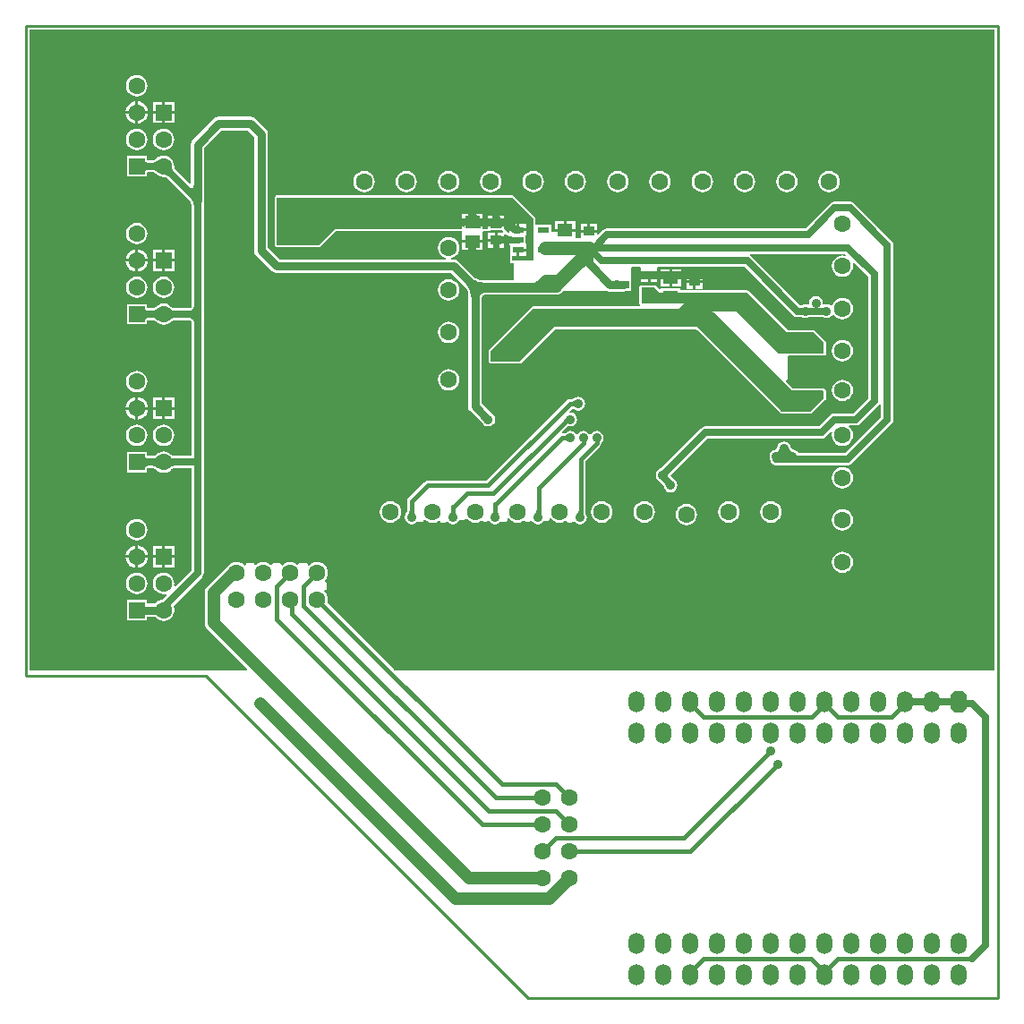
<source format=gbl>
G04*
G04 #@! TF.GenerationSoftware,Altium Limited,Altium Designer,19.1.8 (144)*
G04*
G04 Layer_Physical_Order=2*
G04 Layer_Color=16711680*
%FSLAX24Y24*%
%MOIN*%
G70*
G01*
G75*
%ADD11C,0.0100*%
%ADD25R,0.0571X0.0453*%
%ADD26R,0.0394X0.0354*%
%ADD39R,0.0394X0.0315*%
%ADD68C,0.0150*%
%ADD69C,0.0250*%
%ADD70C,0.0300*%
%ADD71C,0.0350*%
%ADD74C,0.0450*%
%ADD75C,0.0630*%
G04:AMPARAMS|DCode=76|XSize=59.1mil|YSize=78.7mil|CornerRadius=29.5mil|HoleSize=0mil|Usage=FLASHONLY|Rotation=0.000|XOffset=0mil|YOffset=0mil|HoleType=Round|Shape=RoundedRectangle|*
%AMROUNDEDRECTD76*
21,1,0.0591,0.0197,0,0,0.0*
21,1,0.0000,0.0787,0,0,0.0*
1,1,0.0591,0.0000,-0.0098*
1,1,0.0591,0.0000,-0.0098*
1,1,0.0591,0.0000,0.0098*
1,1,0.0591,0.0000,0.0098*
%
%ADD76ROUNDEDRECTD76*%
G04:AMPARAMS|DCode=77|XSize=59.1mil|YSize=78.7mil|CornerRadius=0mil|HoleSize=0mil|Usage=FLASHONLY|Rotation=180.000|XOffset=0mil|YOffset=0mil|HoleType=Round|Shape=Octagon|*
%AMOCTAGOND77*
4,1,8,0.0148,-0.0394,-0.0148,-0.0394,-0.0295,-0.0246,-0.0295,0.0246,-0.0148,0.0394,0.0148,0.0394,0.0295,0.0246,0.0295,-0.0246,0.0148,-0.0394,0.0*
%
%ADD77OCTAGOND77*%

%ADD78O,0.0591X0.0787*%
%ADD79R,0.0591X0.0591*%
%ADD80C,0.0350*%
%ADD81C,0.0472*%
%ADD82R,0.0433X0.0236*%
%ADD83C,0.0500*%
%ADD84C,0.0220*%
G36*
X36068Y12205D02*
X13748Y12205D01*
X11227Y14727D01*
X11235Y14747D01*
X11249Y14850D01*
X11235Y14954D01*
X11195Y15050D01*
X11132Y15132D01*
X11114Y15146D01*
X11134Y15194D01*
X11153Y15197D01*
X11180Y15215D01*
X11197Y15242D01*
X11204Y15273D01*
Y15453D01*
X11197Y15484D01*
X11180Y15510D01*
X11158Y15525D01*
X11152Y15535D01*
X11142Y15581D01*
X11195Y15651D01*
X11235Y15747D01*
X11249Y15850D01*
X11235Y15954D01*
X11195Y16050D01*
X11132Y16132D01*
X11050Y16195D01*
X10954Y16235D01*
X10850Y16249D01*
X10747Y16235D01*
X10651Y16195D01*
X10569Y16132D01*
X10548Y16105D01*
X10498Y16122D01*
Y16142D01*
X10492Y16173D01*
X10474Y16199D01*
X10447Y16217D01*
X10416Y16223D01*
X10236D01*
X10205Y16217D01*
X10179Y16199D01*
X10161Y16173D01*
X10106Y16152D01*
X10050Y16195D01*
X9954Y16235D01*
X9850Y16249D01*
X9747Y16235D01*
X9651Y16195D01*
X9569Y16132D01*
X9561Y16122D01*
X9526Y16134D01*
X9513Y16142D01*
X9507Y16173D01*
X9490Y16199D01*
X9463Y16217D01*
X9432Y16223D01*
X9252D01*
X9221Y16217D01*
X9194Y16199D01*
X9177Y16173D01*
X9174Y16160D01*
X9158Y16149D01*
X9133Y16141D01*
X9120Y16141D01*
X9050Y16195D01*
X8953Y16235D01*
X8850Y16249D01*
X8747Y16235D01*
X8651Y16195D01*
X8579Y16140D01*
X8565Y16141D01*
X8545Y16147D01*
X8526Y16158D01*
X8523Y16173D01*
X8505Y16199D01*
X8479Y16217D01*
X8448Y16223D01*
X8268D01*
X8237Y16217D01*
X8210Y16199D01*
X8192Y16173D01*
X8186Y16143D01*
X8173Y16135D01*
X8139Y16123D01*
X8132Y16132D01*
X8050Y16195D01*
X7954Y16235D01*
X7850Y16249D01*
X7747Y16235D01*
X7651Y16195D01*
X7578Y16139D01*
X7566Y16134D01*
X7499Y16082D01*
X6768Y15352D01*
X6716Y15284D01*
X6683Y15205D01*
X6678Y15163D01*
X6672Y15120D01*
Y13963D01*
X6678Y13920D01*
X6683Y13878D01*
X6716Y13799D01*
X6768Y13731D01*
X8248Y12251D01*
X8229Y12205D01*
X153D01*
X153Y36068D01*
X36068D01*
X36068Y12205D01*
D02*
G37*
%LPC*%
G36*
X4134Y34387D02*
X4031Y34373D01*
X3935Y34333D01*
X3852Y34270D01*
X3789Y34187D01*
X3749Y34091D01*
X3735Y33988D01*
X3749Y33885D01*
X3789Y33789D01*
X3852Y33707D01*
X3935Y33643D01*
X4031Y33603D01*
X4134Y33590D01*
X4237Y33603D01*
X4333Y33643D01*
X4416Y33707D01*
X4479Y33789D01*
X4519Y33885D01*
X4532Y33988D01*
X4519Y34091D01*
X4479Y34187D01*
X4416Y34270D01*
X4333Y34333D01*
X4237Y34373D01*
X4134Y34387D01*
D02*
G37*
G36*
X4184Y33400D02*
Y33038D01*
X4546D01*
X4538Y33097D01*
X4496Y33197D01*
X4430Y33284D01*
X4343Y33351D01*
X4242Y33392D01*
X4184Y33400D01*
D02*
G37*
G36*
X5529Y33383D02*
X5184D01*
Y33038D01*
X5529D01*
Y33383D01*
D02*
G37*
G36*
X5084D02*
X4739D01*
Y33038D01*
X5084D01*
Y33383D01*
D02*
G37*
G36*
X4084Y33400D02*
X4026Y33392D01*
X3925Y33351D01*
X3838Y33284D01*
X3771Y33197D01*
X3730Y33097D01*
X3722Y33038D01*
X4084D01*
Y33400D01*
D02*
G37*
G36*
X5529Y32938D02*
X5184D01*
Y32593D01*
X5529D01*
Y32938D01*
D02*
G37*
G36*
X5084D02*
X4739D01*
Y32593D01*
X5084D01*
Y32938D01*
D02*
G37*
G36*
X4084D02*
X3722D01*
X3730Y32880D01*
X3771Y32779D01*
X3838Y32692D01*
X3925Y32626D01*
X4026Y32584D01*
X4084Y32576D01*
Y32938D01*
D02*
G37*
G36*
X4546D02*
X4184D01*
Y32576D01*
X4242Y32584D01*
X4343Y32626D01*
X4430Y32692D01*
X4496Y32779D01*
X4538Y32880D01*
X4546Y32938D01*
D02*
G37*
G36*
X5134Y32387D02*
X5031Y32373D01*
X4935Y32333D01*
X4852Y32270D01*
X4789Y32187D01*
X4749Y32091D01*
X4735Y31988D01*
X4749Y31885D01*
X4789Y31789D01*
X4852Y31707D01*
X4935Y31643D01*
X5031Y31603D01*
X5134Y31590D01*
X5237Y31603D01*
X5333Y31643D01*
X5416Y31707D01*
X5479Y31789D01*
X5519Y31885D01*
X5532Y31988D01*
X5519Y32091D01*
X5479Y32187D01*
X5416Y32270D01*
X5333Y32333D01*
X5237Y32373D01*
X5134Y32387D01*
D02*
G37*
G36*
X4134D02*
X4031Y32373D01*
X3935Y32333D01*
X3852Y32270D01*
X3789Y32187D01*
X3749Y32091D01*
X3735Y31988D01*
X3749Y31885D01*
X3789Y31789D01*
X3852Y31707D01*
X3935Y31643D01*
X4031Y31603D01*
X4134Y31590D01*
X4237Y31603D01*
X4333Y31643D01*
X4416Y31707D01*
X4479Y31789D01*
X4519Y31885D01*
X4532Y31988D01*
X4519Y32091D01*
X4479Y32187D01*
X4416Y32270D01*
X4333Y32333D01*
X4237Y32373D01*
X4134Y32387D01*
D02*
G37*
G36*
X29921Y30812D02*
X29818Y30798D01*
X29722Y30758D01*
X29640Y30695D01*
X29576Y30613D01*
X29536Y30517D01*
X29523Y30413D01*
X29536Y30310D01*
X29576Y30214D01*
X29640Y30132D01*
X29722Y30068D01*
X29818Y30029D01*
X29921Y30015D01*
X30024Y30029D01*
X30120Y30068D01*
X30203Y30132D01*
X30266Y30214D01*
X30306Y30310D01*
X30320Y30413D01*
X30306Y30517D01*
X30266Y30613D01*
X30203Y30695D01*
X30120Y30758D01*
X30024Y30798D01*
X29921Y30812D01*
D02*
G37*
G36*
X28346D02*
X28243Y30798D01*
X28147Y30758D01*
X28065Y30695D01*
X28001Y30613D01*
X27962Y30517D01*
X27948Y30413D01*
X27962Y30310D01*
X28001Y30214D01*
X28065Y30132D01*
X28147Y30068D01*
X28243Y30029D01*
X28346Y30015D01*
X28450Y30029D01*
X28546Y30068D01*
X28628Y30132D01*
X28691Y30214D01*
X28731Y30310D01*
X28745Y30413D01*
X28731Y30517D01*
X28691Y30613D01*
X28628Y30695D01*
X28546Y30758D01*
X28450Y30798D01*
X28346Y30812D01*
D02*
G37*
G36*
X26772D02*
X26669Y30798D01*
X26572Y30758D01*
X26490Y30695D01*
X26427Y30613D01*
X26387Y30517D01*
X26373Y30413D01*
X26387Y30310D01*
X26427Y30214D01*
X26490Y30132D01*
X26572Y30068D01*
X26669Y30029D01*
X26772Y30015D01*
X26875Y30029D01*
X26971Y30068D01*
X27053Y30132D01*
X27117Y30214D01*
X27156Y30310D01*
X27170Y30413D01*
X27156Y30517D01*
X27117Y30613D01*
X27053Y30695D01*
X26971Y30758D01*
X26875Y30798D01*
X26772Y30812D01*
D02*
G37*
G36*
X25197D02*
X25094Y30798D01*
X24998Y30758D01*
X24915Y30695D01*
X24852Y30613D01*
X24812Y30517D01*
X24798Y30413D01*
X24812Y30310D01*
X24852Y30214D01*
X24915Y30132D01*
X24998Y30068D01*
X25094Y30029D01*
X25197Y30015D01*
X25300Y30029D01*
X25396Y30068D01*
X25479Y30132D01*
X25542Y30214D01*
X25582Y30310D01*
X25595Y30413D01*
X25582Y30517D01*
X25542Y30613D01*
X25479Y30695D01*
X25396Y30758D01*
X25300Y30798D01*
X25197Y30812D01*
D02*
G37*
G36*
X23622D02*
X23519Y30798D01*
X23423Y30758D01*
X23340Y30695D01*
X23277Y30613D01*
X23237Y30517D01*
X23224Y30413D01*
X23237Y30310D01*
X23277Y30214D01*
X23340Y30132D01*
X23423Y30068D01*
X23519Y30029D01*
X23622Y30015D01*
X23725Y30029D01*
X23821Y30068D01*
X23904Y30132D01*
X23967Y30214D01*
X24007Y30310D01*
X24020Y30413D01*
X24007Y30517D01*
X23967Y30613D01*
X23904Y30695D01*
X23821Y30758D01*
X23725Y30798D01*
X23622Y30812D01*
D02*
G37*
G36*
X22047D02*
X21944Y30798D01*
X21848Y30758D01*
X21766Y30695D01*
X21702Y30613D01*
X21662Y30517D01*
X21649Y30413D01*
X21662Y30310D01*
X21702Y30214D01*
X21766Y30132D01*
X21848Y30068D01*
X21944Y30029D01*
X22047Y30015D01*
X22150Y30029D01*
X22246Y30068D01*
X22329Y30132D01*
X22392Y30214D01*
X22432Y30310D01*
X22446Y30413D01*
X22432Y30517D01*
X22392Y30613D01*
X22329Y30695D01*
X22246Y30758D01*
X22150Y30798D01*
X22047Y30812D01*
D02*
G37*
G36*
X20472D02*
X20369Y30798D01*
X20273Y30758D01*
X20191Y30695D01*
X20127Y30613D01*
X20088Y30517D01*
X20074Y30413D01*
X20088Y30310D01*
X20127Y30214D01*
X20191Y30132D01*
X20273Y30068D01*
X20369Y30029D01*
X20472Y30015D01*
X20576Y30029D01*
X20672Y30068D01*
X20754Y30132D01*
X20817Y30214D01*
X20857Y30310D01*
X20871Y30413D01*
X20857Y30517D01*
X20817Y30613D01*
X20754Y30695D01*
X20672Y30758D01*
X20576Y30798D01*
X20472Y30812D01*
D02*
G37*
G36*
X18898D02*
X18795Y30798D01*
X18698Y30758D01*
X18616Y30695D01*
X18553Y30613D01*
X18513Y30517D01*
X18499Y30413D01*
X18513Y30310D01*
X18553Y30214D01*
X18616Y30132D01*
X18698Y30068D01*
X18795Y30029D01*
X18898Y30015D01*
X19001Y30029D01*
X19097Y30068D01*
X19179Y30132D01*
X19243Y30214D01*
X19282Y30310D01*
X19296Y30413D01*
X19282Y30517D01*
X19243Y30613D01*
X19179Y30695D01*
X19097Y30758D01*
X19001Y30798D01*
X18898Y30812D01*
D02*
G37*
G36*
X17323D02*
X17220Y30798D01*
X17124Y30758D01*
X17041Y30695D01*
X16978Y30613D01*
X16938Y30517D01*
X16924Y30413D01*
X16938Y30310D01*
X16978Y30214D01*
X17041Y30132D01*
X17124Y30068D01*
X17220Y30029D01*
X17323Y30015D01*
X17426Y30029D01*
X17522Y30068D01*
X17605Y30132D01*
X17668Y30214D01*
X17708Y30310D01*
X17721Y30413D01*
X17708Y30517D01*
X17668Y30613D01*
X17605Y30695D01*
X17522Y30758D01*
X17426Y30798D01*
X17323Y30812D01*
D02*
G37*
G36*
X15748D02*
X15645Y30798D01*
X15549Y30758D01*
X15466Y30695D01*
X15403Y30613D01*
X15363Y30517D01*
X15350Y30413D01*
X15363Y30310D01*
X15403Y30214D01*
X15466Y30132D01*
X15549Y30068D01*
X15645Y30029D01*
X15748Y30015D01*
X15851Y30029D01*
X15947Y30068D01*
X16030Y30132D01*
X16093Y30214D01*
X16133Y30310D01*
X16146Y30413D01*
X16133Y30517D01*
X16093Y30613D01*
X16030Y30695D01*
X15947Y30758D01*
X15851Y30798D01*
X15748Y30812D01*
D02*
G37*
G36*
X14173D02*
X14070Y30798D01*
X13974Y30758D01*
X13892Y30695D01*
X13828Y30613D01*
X13788Y30517D01*
X13775Y30413D01*
X13788Y30310D01*
X13828Y30214D01*
X13892Y30132D01*
X13974Y30068D01*
X14070Y30029D01*
X14173Y30015D01*
X14276Y30029D01*
X14372Y30068D01*
X14455Y30132D01*
X14518Y30214D01*
X14558Y30310D01*
X14572Y30413D01*
X14558Y30517D01*
X14518Y30613D01*
X14455Y30695D01*
X14372Y30758D01*
X14276Y30798D01*
X14173Y30812D01*
D02*
G37*
G36*
X12598D02*
X12495Y30798D01*
X12399Y30758D01*
X12317Y30695D01*
X12253Y30613D01*
X12214Y30517D01*
X12200Y30413D01*
X12214Y30310D01*
X12253Y30214D01*
X12317Y30132D01*
X12399Y30068D01*
X12495Y30029D01*
X12598Y30015D01*
X12702Y30029D01*
X12798Y30068D01*
X12880Y30132D01*
X12943Y30214D01*
X12983Y30310D01*
X12997Y30413D01*
X12983Y30517D01*
X12943Y30613D01*
X12880Y30695D01*
X12798Y30758D01*
X12702Y30798D01*
X12598Y30812D01*
D02*
G37*
G36*
X20464Y28929D02*
X20129D01*
Y28652D01*
X20464D01*
Y28929D01*
D02*
G37*
G36*
X20029D02*
X19693D01*
Y28652D01*
X20029D01*
Y28929D01*
D02*
G37*
G36*
X21261Y28840D02*
X21015D01*
Y28613D01*
X21261D01*
Y28840D01*
D02*
G37*
G36*
X20915D02*
X20668D01*
Y28613D01*
X20915D01*
Y28840D01*
D02*
G37*
G36*
X17470Y28506D02*
X17223D01*
Y28278D01*
X17470D01*
Y28506D01*
D02*
G37*
G36*
X4134Y28875D02*
X4031Y28861D01*
X3935Y28821D01*
X3852Y28758D01*
X3789Y28676D01*
X3749Y28579D01*
X3735Y28476D01*
X3749Y28373D01*
X3789Y28277D01*
X3852Y28195D01*
X3935Y28131D01*
X4031Y28092D01*
X4134Y28078D01*
X4237Y28092D01*
X4333Y28131D01*
X4416Y28195D01*
X4479Y28277D01*
X4519Y28373D01*
X4532Y28476D01*
X4519Y28579D01*
X4479Y28676D01*
X4416Y28758D01*
X4333Y28821D01*
X4237Y28861D01*
X4134Y28875D01*
D02*
G37*
G36*
X17715Y28178D02*
X17570D01*
Y27951D01*
X17817D01*
Y28129D01*
X17795Y28124D01*
X17770Y28117D01*
X17751Y28107D01*
X17735Y28096D01*
X17724Y28083D01*
X17718Y28069D01*
X17715Y28052D01*
Y28178D01*
D02*
G37*
G36*
X17470D02*
X17223D01*
Y27951D01*
X17470D01*
Y28178D01*
D02*
G37*
G36*
X17019Y28139D02*
X16684D01*
Y27965D01*
X16842D01*
X16826Y27963D01*
X16812Y27957D01*
X16799Y27946D01*
X16789Y27932D01*
X16780Y27913D01*
X16772Y27890D01*
X16766Y27863D01*
X17019D01*
X17019Y28139D01*
D02*
G37*
G36*
X16584D02*
X16248D01*
Y27863D01*
X16501D01*
X16496Y27890D01*
X16488Y27913D01*
X16479Y27932D01*
X16468Y27946D01*
X16456Y27957D01*
X16442Y27963D01*
X16426Y27965D01*
X16584D01*
Y28139D01*
D02*
G37*
G36*
X8366Y32834D02*
X7185D01*
X7087Y32814D01*
X7005Y32759D01*
X6217Y31972D01*
X6162Y31889D01*
X6143Y31791D01*
Y30369D01*
X6097Y30350D01*
X5546Y30900D01*
X5543Y30909D01*
X5537Y30927D01*
X5533Y30946D01*
X5531Y30965D01*
X5531Y30977D01*
X5532Y30988D01*
X5519Y31091D01*
X5479Y31187D01*
X5416Y31270D01*
X5333Y31333D01*
X5237Y31373D01*
X5134Y31387D01*
X5031Y31373D01*
X4935Y31333D01*
X4852Y31270D01*
X4845Y31261D01*
X4836Y31253D01*
X4821Y31241D01*
X4805Y31230D01*
X4788Y31221D01*
X4780Y31218D01*
X4526D01*
X4516Y31224D01*
X4512Y31228D01*
X4510Y31230D01*
X4509Y31233D01*
X4509Y31235D01*
Y31363D01*
X3759D01*
Y30613D01*
X4509D01*
Y30742D01*
X4509Y30744D01*
X4510Y30746D01*
X4512Y30749D01*
X4516Y30753D01*
X4526Y30759D01*
X4780D01*
X4788Y30755D01*
X4805Y30746D01*
X4821Y30736D01*
X4836Y30724D01*
X4845Y30716D01*
X4852Y30707D01*
X4935Y30643D01*
X5031Y30603D01*
X5134Y30590D01*
X5145Y30591D01*
X5157Y30591D01*
X5176Y30589D01*
X5195Y30585D01*
X5213Y30579D01*
X5222Y30576D01*
X6133Y29664D01*
X6136Y29659D01*
X6153Y29623D01*
X6167Y29586D01*
X6168Y29580D01*
Y25744D01*
X6165Y25737D01*
X6152Y25722D01*
X6137Y25709D01*
X6130Y25706D01*
X5488D01*
X5479Y25709D01*
X5462Y25719D01*
X5446Y25729D01*
X5431Y25741D01*
X5423Y25749D01*
X5416Y25758D01*
X5333Y25821D01*
X5237Y25861D01*
X5134Y25875D01*
X5031Y25861D01*
X4935Y25821D01*
X4852Y25758D01*
X4845Y25749D01*
X4836Y25741D01*
X4821Y25729D01*
X4805Y25719D01*
X4788Y25709D01*
X4780Y25706D01*
X4526D01*
X4516Y25712D01*
X4512Y25716D01*
X4510Y25718D01*
X4509Y25721D01*
X4509Y25723D01*
Y25852D01*
X3759D01*
Y25101D01*
X4509D01*
Y25230D01*
X4509Y25232D01*
X4510Y25234D01*
X4512Y25237D01*
X4516Y25241D01*
X4526Y25247D01*
X4780D01*
X4788Y25243D01*
X4805Y25234D01*
X4821Y25224D01*
X4836Y25212D01*
X4845Y25204D01*
X4852Y25195D01*
X4935Y25131D01*
X5031Y25092D01*
X5134Y25078D01*
X5237Y25092D01*
X5333Y25131D01*
X5416Y25195D01*
X5423Y25204D01*
X5431Y25212D01*
X5446Y25224D01*
X5462Y25234D01*
X5479Y25243D01*
X5488Y25247D01*
X6130D01*
X6137Y25243D01*
X6152Y25231D01*
X6165Y25216D01*
X6168Y25209D01*
Y20194D01*
X5488D01*
X5479Y20198D01*
X5462Y20207D01*
X5446Y20217D01*
X5431Y20229D01*
X5423Y20237D01*
X5416Y20246D01*
X5333Y20310D01*
X5237Y20349D01*
X5134Y20363D01*
X5031Y20349D01*
X4935Y20310D01*
X4852Y20246D01*
X4845Y20237D01*
X4836Y20229D01*
X4821Y20217D01*
X4805Y20207D01*
X4788Y20198D01*
X4780Y20194D01*
X4526D01*
X4516Y20200D01*
X4512Y20204D01*
X4510Y20206D01*
X4509Y20209D01*
X4509Y20211D01*
Y20340D01*
X3759D01*
Y19589D01*
X4509D01*
Y19718D01*
X4509Y19720D01*
X4510Y19723D01*
X4512Y19725D01*
X4516Y19729D01*
X4526Y19735D01*
X4780D01*
X4788Y19732D01*
X4805Y19722D01*
X4821Y19712D01*
X4836Y19700D01*
X4845Y19692D01*
X4852Y19683D01*
X4935Y19620D01*
X5031Y19580D01*
X5134Y19566D01*
X5237Y19580D01*
X5333Y19620D01*
X5416Y19683D01*
X5423Y19692D01*
X5431Y19700D01*
X5446Y19712D01*
X5462Y19722D01*
X5479Y19732D01*
X5488Y19735D01*
X6168D01*
Y15941D01*
X5566Y15339D01*
X5521Y15365D01*
X5532Y15453D01*
X5519Y15556D01*
X5479Y15652D01*
X5416Y15734D01*
X5333Y15798D01*
X5237Y15838D01*
X5134Y15851D01*
X5031Y15838D01*
X4935Y15798D01*
X4852Y15734D01*
X4789Y15652D01*
X4749Y15556D01*
X4735Y15453D01*
X4749Y15350D01*
X4789Y15254D01*
X4852Y15171D01*
X4935Y15108D01*
X5031Y15068D01*
X5134Y15054D01*
X5222Y15066D01*
X5247Y15021D01*
X5069Y14843D01*
X5031Y14838D01*
X4935Y14798D01*
X4852Y14734D01*
X4832Y14708D01*
X4509D01*
Y14828D01*
X3759D01*
Y14077D01*
X4509D01*
Y14198D01*
X4832D01*
X4852Y14171D01*
X4935Y14108D01*
X5031Y14068D01*
X5134Y14054D01*
X5237Y14068D01*
X5333Y14108D01*
X5416Y14171D01*
X5479Y14254D01*
X5519Y14350D01*
X5522Y14373D01*
X5527Y14381D01*
X5544Y14469D01*
X5527Y14556D01*
X5505Y14590D01*
X5493Y14618D01*
X6560Y15684D01*
X6610Y15759D01*
X6627Y15846D01*
Y19980D01*
Y25476D01*
Y29618D01*
X6633Y29627D01*
X6653Y29724D01*
Y31686D01*
X7291Y32324D01*
X8261D01*
X8505Y32079D01*
Y27854D01*
X8524Y27757D01*
X8580Y27674D01*
X9170Y27084D01*
X9253Y27028D01*
X9350Y27009D01*
X15833D01*
X16414Y26427D01*
X16427Y26405D01*
X16447Y26361D01*
X16464Y26315D01*
X16471Y26291D01*
Y22054D01*
X16490Y21956D01*
X16545Y21874D01*
X17026Y21393D01*
X17041Y21371D01*
X17125Y21315D01*
X17224Y21295D01*
X17324Y21315D01*
X17408Y21371D01*
X17465Y21456D01*
X17484Y21555D01*
X17465Y21655D01*
X17408Y21739D01*
X17387Y21753D01*
X16980Y22160D01*
Y26118D01*
X16996Y26143D01*
X17016Y26164D01*
X17042Y26182D01*
X17075Y26198D01*
X17080Y26199D01*
X19783D01*
X19855Y26208D01*
X19922Y26236D01*
X19980Y26280D01*
X20024Y26338D01*
X20030Y26354D01*
X20061Y26364D01*
X20083Y26368D01*
X20107Y26352D01*
X20138Y26346D01*
X21508D01*
X21540Y26352D01*
X21566Y26369D01*
X21599Y26376D01*
X21654Y26339D01*
X21752Y26320D01*
X22264D01*
X22351Y26337D01*
X22541D01*
Y26812D01*
X22541Y26812D01*
X22542Y26850D01*
X22542Y26862D01*
Y27190D01*
X22581Y27231D01*
X22872D01*
X22912Y27206D01*
X22912Y27181D01*
Y26999D01*
X23209D01*
X23506D01*
Y27181D01*
X23506Y27206D01*
X23545Y27231D01*
X26775D01*
X28578Y25428D01*
X28652Y25379D01*
X28740Y25361D01*
X28920D01*
X28936Y25350D01*
X29035Y25331D01*
X29135Y25350D01*
X29151Y25361D01*
X29707D01*
X29723Y25350D01*
X29823Y25331D01*
X29922Y25350D01*
X30007Y25407D01*
X30036Y25450D01*
X30097Y25452D01*
X30132Y25407D01*
X30214Y25344D01*
X30310Y25304D01*
X30413Y25291D01*
X30516Y25304D01*
X30613Y25344D01*
X30695Y25407D01*
X30758Y25490D01*
X30798Y25586D01*
X30812Y25689D01*
X30798Y25792D01*
X30758Y25888D01*
X30695Y25971D01*
X30613Y26034D01*
X30516Y26074D01*
X30413Y26087D01*
X30310Y26074D01*
X30214Y26034D01*
X30132Y25971D01*
X30068Y25888D01*
X30037Y25812D01*
X29989Y25793D01*
X29978Y25793D01*
X29922Y25831D01*
X29823Y25851D01*
X29729Y25832D01*
X29706Y25846D01*
X29685Y25865D01*
X29689Y25886D01*
X29669Y25985D01*
X29613Y26070D01*
X29529Y26126D01*
X29429Y26146D01*
X29330Y26126D01*
X29245Y26070D01*
X29189Y25985D01*
X29169Y25886D01*
X29173Y25865D01*
X29152Y25846D01*
X29129Y25832D01*
X29035Y25851D01*
X28936Y25831D01*
X28920Y25820D01*
X28835D01*
X27032Y27623D01*
X26958Y27673D01*
X26954Y27673D01*
X26959Y27723D01*
X30515D01*
X30550Y27689D01*
X30521Y27647D01*
X30516Y27649D01*
X30413Y27662D01*
X30310Y27649D01*
X30214Y27609D01*
X30132Y27545D01*
X30068Y27463D01*
X30029Y27367D01*
X30015Y27264D01*
X30029Y27161D01*
X30068Y27065D01*
X30132Y26982D01*
X30214Y26919D01*
X30310Y26879D01*
X30413Y26865D01*
X30516Y26879D01*
X30613Y26919D01*
X30695Y26982D01*
X30758Y27065D01*
X30798Y27161D01*
X30812Y27264D01*
X30798Y27367D01*
X30796Y27372D01*
X30839Y27400D01*
X31365Y26873D01*
Y22339D01*
X30810Y21785D01*
X30118D01*
X30030Y21767D01*
X29956Y21717D01*
X29531Y21292D01*
X25295D01*
X25207Y21275D01*
X25133Y21225D01*
X23640Y19732D01*
X23621Y19728D01*
X23537Y19672D01*
X23480Y19588D01*
X23460Y19488D01*
X23480Y19389D01*
X23537Y19304D01*
X23607Y19258D01*
X23765Y19046D01*
X23776Y18995D01*
X23832Y18911D01*
X23916Y18854D01*
X24016Y18835D01*
X24115Y18854D01*
X24200Y18911D01*
X24256Y18995D01*
X24276Y19094D01*
X24256Y19194D01*
X24200Y19278D01*
X24129Y19325D01*
X24023Y19467D01*
X25390Y20834D01*
X29626D01*
X29714Y20851D01*
X29788Y20901D01*
X29988Y21101D01*
X30031Y21072D01*
X30029Y21068D01*
X30015Y20965D01*
X30029Y20861D01*
X30068Y20765D01*
X30132Y20683D01*
X30214Y20620D01*
X30310Y20580D01*
X30413Y20566D01*
X30516Y20580D01*
X30613Y20620D01*
X30695Y20683D01*
X30758Y20765D01*
X30798Y20861D01*
X30812Y20965D01*
X30798Y21068D01*
X30758Y21164D01*
X30695Y21246D01*
X30657Y21276D01*
X30674Y21326D01*
X30906D01*
X30993Y21343D01*
X31068Y21393D01*
X31757Y22082D01*
X31806Y22156D01*
X31807Y22160D01*
X31857Y22155D01*
Y21650D01*
X30515Y20308D01*
X28762D01*
X28727Y20361D01*
X28643Y20417D01*
X28564Y20433D01*
X28486Y20537D01*
X28477Y20584D01*
X28421Y20668D01*
X28336Y20724D01*
X28237Y20744D01*
X28137Y20724D01*
X28053Y20668D01*
X27996Y20584D01*
X27979Y20496D01*
X27932Y20433D01*
X27853Y20417D01*
X27769Y20361D01*
X27713Y20277D01*
X27693Y20177D01*
X27713Y20078D01*
X27726Y20057D01*
X27726Y20046D01*
X27735Y20019D01*
X27741Y19991D01*
X27750Y19977D01*
X27755Y19962D01*
X27775Y19940D01*
X27791Y19917D01*
X27804Y19907D01*
X27815Y19895D01*
X27841Y19883D01*
X27865Y19867D01*
X27881Y19864D01*
X27896Y19857D01*
X27925Y19855D01*
X27953Y19849D01*
X30610D01*
X30698Y19867D01*
X30772Y19917D01*
X32249Y21393D01*
X32299Y21467D01*
X32316Y21555D01*
Y28051D01*
X32299Y28139D01*
X32249Y28213D01*
X30871Y29591D01*
X30796Y29641D01*
X30709Y29659D01*
X30118D01*
X30030Y29641D01*
X29956Y29591D01*
X29039Y28674D01*
X21654Y28674D01*
X21566Y28657D01*
X21491Y28607D01*
X21308Y28423D01*
X21261Y28443D01*
Y28513D01*
X20668D01*
Y28306D01*
X20464D01*
Y28552D01*
X19666D01*
X19646Y28536D01*
X19577D01*
X19568Y28543D01*
Y28820D01*
X18979D01*
Y29035D01*
X18979Y29035D01*
X18973Y29067D01*
X18955Y29093D01*
X18955Y29093D01*
X18168Y29881D01*
X18168Y29881D01*
X18141Y29898D01*
X18110Y29904D01*
X18110Y29904D01*
X9350D01*
X9319Y29898D01*
X9293Y29881D01*
X9275Y29854D01*
X9269Y29823D01*
Y28051D01*
X9275Y28020D01*
X9293Y27994D01*
X9319Y27976D01*
X9350Y27970D01*
X10925Y27970D01*
X10925Y27970D01*
X10956Y27976D01*
X10983Y27994D01*
X10983Y27994D01*
X11550Y28560D01*
X16226D01*
X16236Y28559D01*
X16248Y28515D01*
X16248Y28511D01*
X16248Y28478D01*
Y28239D01*
X16634D01*
X17019D01*
Y28510D01*
X17019Y28515D01*
X17032Y28559D01*
X17041Y28560D01*
X17223D01*
X17254Y28566D01*
X17281Y28584D01*
X17292Y28601D01*
X17322D01*
X17324Y28601D01*
X17326Y28601D01*
X17713D01*
X17715Y28601D01*
X17717Y28601D01*
X17746D01*
X17759Y28582D01*
X17759Y28582D01*
X17786Y28556D01*
X17765Y28506D01*
X17570D01*
Y28278D01*
X17715D01*
Y28404D01*
X17718Y28396D01*
X17724Y28388D01*
X17735Y28381D01*
X17751Y28375D01*
X17770Y28370D01*
X17795Y28365D01*
X17817Y28363D01*
Y28454D01*
X17867Y28475D01*
X17903Y28439D01*
X17903Y28439D01*
X17929Y28421D01*
X17960Y28415D01*
X18010Y28378D01*
Y28362D01*
X18111Y28365D01*
Y28298D01*
X18327D01*
Y28198D01*
X18111D01*
Y28131D01*
X18109Y28132D01*
X18103Y28134D01*
X18092Y28135D01*
X18032Y28137D01*
X18010Y28137D01*
Y28030D01*
X18030D01*
Y27676D01*
X18030D01*
X18032Y27674D01*
X18029Y27656D01*
Y27461D01*
X18035Y27429D01*
X18053Y27403D01*
X18079Y27385D01*
X18110Y27379D01*
X18153D01*
X18166Y27362D01*
Y26781D01*
X18144Y26754D01*
X16918D01*
X16877Y26764D01*
X16826Y26781D01*
X16777Y26801D01*
X16742Y26820D01*
X16118Y27444D01*
X16036Y27499D01*
X15938Y27519D01*
X15858D01*
X15851Y27568D01*
X15947Y27608D01*
X16030Y27671D01*
X16093Y27754D01*
X16133Y27850D01*
X16146Y27953D01*
X16133Y28056D01*
X16093Y28152D01*
X16030Y28234D01*
X15947Y28298D01*
X15851Y28338D01*
X15748Y28351D01*
X15645Y28338D01*
X15549Y28298D01*
X15466Y28234D01*
X15403Y28152D01*
X15363Y28056D01*
X15350Y27953D01*
X15363Y27850D01*
X15403Y27754D01*
X15466Y27671D01*
X15549Y27608D01*
X15645Y27568D01*
X15638Y27519D01*
X9456D01*
X9015Y27960D01*
Y32185D01*
X8995Y32283D01*
X8940Y32365D01*
X8546Y32759D01*
X8464Y32814D01*
X8366Y32834D01*
D02*
G37*
G36*
X4184Y27888D02*
Y27526D01*
X4546D01*
X4538Y27585D01*
X4496Y27686D01*
X4430Y27772D01*
X4343Y27839D01*
X4242Y27881D01*
X4184Y27888D01*
D02*
G37*
G36*
X5529Y27872D02*
X5184D01*
Y27526D01*
X5529D01*
Y27872D01*
D02*
G37*
G36*
X5084D02*
X4739D01*
Y27526D01*
X5084D01*
Y27872D01*
D02*
G37*
G36*
X4084Y27888D02*
X4026Y27881D01*
X3925Y27839D01*
X3838Y27772D01*
X3771Y27686D01*
X3730Y27585D01*
X3722Y27526D01*
X4084D01*
Y27888D01*
D02*
G37*
G36*
X5529Y27426D02*
X5184D01*
Y27081D01*
X5529D01*
Y27426D01*
D02*
G37*
G36*
X5084D02*
X4739D01*
Y27081D01*
X5084D01*
Y27426D01*
D02*
G37*
G36*
X4546D02*
X4184D01*
Y27064D01*
X4242Y27072D01*
X4343Y27114D01*
X4430Y27180D01*
X4496Y27267D01*
X4538Y27368D01*
X4546Y27426D01*
D02*
G37*
G36*
X4084D02*
X3722D01*
X3730Y27368D01*
X3771Y27267D01*
X3838Y27180D01*
X3925Y27114D01*
X4026Y27072D01*
X4084Y27064D01*
Y27426D01*
D02*
G37*
G36*
X24401Y27157D02*
X24066D01*
Y26881D01*
X24401D01*
Y27157D01*
D02*
G37*
G36*
X23966D02*
X23630D01*
Y26881D01*
X23966D01*
Y27157D01*
D02*
G37*
G36*
X25198Y26970D02*
X24952D01*
Y26743D01*
X25198D01*
Y26970D01*
D02*
G37*
G36*
X24852D02*
X24605D01*
Y26743D01*
X24852D01*
Y26970D01*
D02*
G37*
G36*
X23506Y26899D02*
X23259D01*
Y26691D01*
X23506D01*
Y26899D01*
D02*
G37*
G36*
X23159D02*
X22912D01*
Y26691D01*
X23159D01*
Y26899D01*
D02*
G37*
G36*
X24401Y26781D02*
X24066D01*
Y26504D01*
X24401D01*
Y26781D01*
D02*
G37*
G36*
X23966D02*
X23630D01*
Y26504D01*
X23966D01*
Y26781D01*
D02*
G37*
G36*
X25198Y26643D02*
X24952D01*
Y26416D01*
X25198D01*
Y26643D01*
D02*
G37*
G36*
X24852D02*
X24605D01*
Y26416D01*
X24852D01*
Y26643D01*
D02*
G37*
G36*
X5134Y26875D02*
X5031Y26861D01*
X4935Y26821D01*
X4852Y26758D01*
X4789Y26676D01*
X4749Y26579D01*
X4735Y26476D01*
X4749Y26373D01*
X4789Y26277D01*
X4852Y26195D01*
X4935Y26131D01*
X5031Y26092D01*
X5134Y26078D01*
X5237Y26092D01*
X5333Y26131D01*
X5416Y26195D01*
X5479Y26277D01*
X5519Y26373D01*
X5532Y26476D01*
X5519Y26579D01*
X5479Y26676D01*
X5416Y26758D01*
X5333Y26821D01*
X5237Y26861D01*
X5134Y26875D01*
D02*
G37*
G36*
X4134D02*
X4031Y26861D01*
X3935Y26821D01*
X3852Y26758D01*
X3789Y26676D01*
X3749Y26579D01*
X3735Y26476D01*
X3749Y26373D01*
X3789Y26277D01*
X3852Y26195D01*
X3935Y26131D01*
X4031Y26092D01*
X4134Y26078D01*
X4237Y26092D01*
X4333Y26131D01*
X4416Y26195D01*
X4479Y26277D01*
X4519Y26373D01*
X4532Y26476D01*
X4519Y26579D01*
X4479Y26676D01*
X4416Y26758D01*
X4333Y26821D01*
X4237Y26861D01*
X4134Y26875D01*
D02*
G37*
G36*
X15748Y26776D02*
X15645Y26763D01*
X15549Y26723D01*
X15466Y26660D01*
X15403Y26577D01*
X15363Y26481D01*
X15350Y26378D01*
X15363Y26275D01*
X15403Y26179D01*
X15466Y26096D01*
X15549Y26033D01*
X15645Y25993D01*
X15748Y25980D01*
X15851Y25993D01*
X15947Y26033D01*
X16030Y26096D01*
X16093Y26179D01*
X16133Y26275D01*
X16146Y26378D01*
X16133Y26481D01*
X16093Y26577D01*
X16030Y26660D01*
X15947Y26723D01*
X15851Y26763D01*
X15748Y26776D01*
D02*
G37*
G36*
Y25202D02*
X15645Y25188D01*
X15549Y25148D01*
X15466Y25085D01*
X15403Y25002D01*
X15363Y24906D01*
X15350Y24803D01*
X15363Y24700D01*
X15403Y24604D01*
X15466Y24521D01*
X15549Y24458D01*
X15645Y24418D01*
X15748Y24405D01*
X15851Y24418D01*
X15947Y24458D01*
X16030Y24521D01*
X16093Y24604D01*
X16133Y24700D01*
X16146Y24803D01*
X16133Y24906D01*
X16093Y25002D01*
X16030Y25085D01*
X15947Y25148D01*
X15851Y25188D01*
X15748Y25202D01*
D02*
G37*
G36*
X30413Y24513D02*
X30310Y24499D01*
X30214Y24459D01*
X30132Y24396D01*
X30068Y24313D01*
X30029Y24217D01*
X30015Y24114D01*
X30029Y24011D01*
X30068Y23915D01*
X30132Y23832D01*
X30214Y23769D01*
X30310Y23729D01*
X30413Y23716D01*
X30516Y23729D01*
X30613Y23769D01*
X30695Y23832D01*
X30758Y23915D01*
X30798Y24011D01*
X30812Y24114D01*
X30798Y24217D01*
X30758Y24313D01*
X30695Y24396D01*
X30613Y24459D01*
X30516Y24499D01*
X30413Y24513D01*
D02*
G37*
G36*
X15748Y23430D02*
X15645Y23416D01*
X15549Y23377D01*
X15466Y23313D01*
X15403Y23231D01*
X15363Y23135D01*
X15350Y23031D01*
X15363Y22928D01*
X15403Y22832D01*
X15466Y22750D01*
X15549Y22687D01*
X15645Y22647D01*
X15748Y22633D01*
X15851Y22647D01*
X15947Y22687D01*
X16030Y22750D01*
X16093Y22832D01*
X16133Y22928D01*
X16146Y23031D01*
X16133Y23135D01*
X16093Y23231D01*
X16030Y23313D01*
X15947Y23377D01*
X15851Y23416D01*
X15748Y23430D01*
D02*
G37*
G36*
X4134Y23363D02*
X4031Y23349D01*
X3935Y23310D01*
X3852Y23246D01*
X3789Y23164D01*
X3749Y23068D01*
X3735Y22965D01*
X3749Y22861D01*
X3789Y22765D01*
X3852Y22683D01*
X3935Y22620D01*
X4031Y22580D01*
X4134Y22566D01*
X4237Y22580D01*
X4333Y22620D01*
X4416Y22683D01*
X4479Y22765D01*
X4519Y22861D01*
X4532Y22965D01*
X4519Y23068D01*
X4479Y23164D01*
X4416Y23246D01*
X4333Y23310D01*
X4237Y23349D01*
X4134Y23363D01*
D02*
G37*
G36*
X20571Y22406D02*
X20471Y22386D01*
X20387Y22330D01*
X20383Y22324D01*
X20276D01*
X20276Y22324D01*
X20207Y22311D01*
X20149Y22272D01*
X17150Y19273D01*
X14961D01*
X14892Y19259D01*
X14834Y19221D01*
X14834Y19221D01*
X14244Y18630D01*
X14205Y18572D01*
X14192Y18504D01*
X14192Y18504D01*
Y18101D01*
X14186Y18097D01*
X14130Y18013D01*
X14110Y17913D01*
X14130Y17814D01*
X14186Y17730D01*
X14271Y17673D01*
X14370Y17653D01*
X14470Y17673D01*
X14554Y17730D01*
X14579Y17767D01*
X14608D01*
X14634Y17749D01*
X14665Y17743D01*
X14734D01*
X14765Y17749D01*
X14792Y17767D01*
X14810Y17794D01*
X14816Y17825D01*
X14816Y17825D01*
X14866Y17842D01*
X14876Y17829D01*
X14958Y17765D01*
X15054Y17725D01*
X15157Y17712D01*
X15261Y17725D01*
X15357Y17765D01*
X15385Y17787D01*
X15433Y17761D01*
X15436Y17744D01*
X15454Y17718D01*
X15481Y17700D01*
X15512Y17694D01*
X15581D01*
X15612Y17700D01*
X15638Y17718D01*
X15656Y17744D01*
X15657Y17751D01*
X15710Y17761D01*
X15732Y17730D01*
X15816Y17673D01*
X15915Y17653D01*
X16015Y17673D01*
X16099Y17730D01*
X16156Y17814D01*
X16205Y17805D01*
X16220Y17802D01*
X16289D01*
X16321Y17809D01*
X16347Y17826D01*
X16365Y17853D01*
X16366Y17857D01*
X16419Y17870D01*
X16451Y17829D01*
X16533Y17765D01*
X16629Y17725D01*
X16732Y17712D01*
X16835Y17725D01*
X16931Y17765D01*
X16966Y17792D01*
X17029Y17777D01*
X17029Y17777D01*
X17055Y17759D01*
X17087Y17753D01*
X17156D01*
X17187Y17759D01*
X17213Y17777D01*
X17214Y17778D01*
X17273Y17779D01*
X17306Y17730D01*
X17391Y17673D01*
X17490Y17653D01*
X17590Y17673D01*
X17674Y17730D01*
X17693Y17757D01*
X17718D01*
X17744Y17740D01*
X17776Y17733D01*
X17844D01*
X17876Y17740D01*
X17902Y17757D01*
X17920Y17784D01*
X17926Y17815D01*
Y17876D01*
X17944Y17888D01*
X17975Y17894D01*
X18025Y17829D01*
X18108Y17765D01*
X18204Y17725D01*
X18307Y17712D01*
X18410Y17725D01*
X18506Y17765D01*
X18531Y17784D01*
X18593Y17769D01*
X18594Y17767D01*
X18620Y17749D01*
X18652Y17743D01*
X18720D01*
X18752Y17749D01*
X18778Y17767D01*
X18787Y17780D01*
X18831Y17787D01*
X18845Y17784D01*
X18881Y17730D01*
X18965Y17673D01*
X19065Y17653D01*
X19164Y17673D01*
X19249Y17730D01*
X19293Y17796D01*
X19319Y17779D01*
X19350Y17773D01*
X19419D01*
X19451Y17779D01*
X19477Y17797D01*
X19495Y17823D01*
X19501Y17854D01*
Y17876D01*
X19551Y17893D01*
X19600Y17829D01*
X19683Y17765D01*
X19779Y17725D01*
X19882Y17712D01*
X19985Y17725D01*
X20081Y17765D01*
X20097Y17778D01*
X20145Y17766D01*
X20155Y17759D01*
X20169Y17738D01*
X20195Y17720D01*
X20226Y17714D01*
X20295D01*
X20326Y17720D01*
X20353Y17738D01*
X20371Y17764D01*
X20371Y17766D01*
X20424Y17777D01*
X20456Y17730D01*
X20540Y17673D01*
X20640Y17653D01*
X20739Y17673D01*
X20824Y17730D01*
X20880Y17814D01*
X20900Y17913D01*
X20880Y18013D01*
X20852Y18054D01*
X20850Y18061D01*
X20848Y18064D01*
Y20005D01*
X21386Y20543D01*
X21386Y20543D01*
X21425Y20601D01*
X21438Y20669D01*
Y20679D01*
X21444Y20682D01*
X21500Y20767D01*
X21520Y20866D01*
X21500Y20966D01*
X21444Y21050D01*
X21359Y21106D01*
X21260Y21126D01*
X21160Y21106D01*
X21076Y21050D01*
X21044Y21002D01*
X20984D01*
X20952Y21050D01*
X20867Y21106D01*
X20768Y21126D01*
X20668Y21106D01*
X20584Y21050D01*
X20552Y21002D01*
X20492D01*
X20459Y21050D01*
X20375Y21106D01*
X20276Y21126D01*
X20176Y21106D01*
X20092Y21050D01*
X20088Y21045D01*
X19990D01*
X19974Y21067D01*
X19967Y21093D01*
X20187Y21313D01*
X20276Y21295D01*
X20375Y21315D01*
X20459Y21371D01*
X20516Y21456D01*
X20536Y21555D01*
X20516Y21655D01*
X20459Y21739D01*
X20375Y21795D01*
X20276Y21815D01*
X20262Y21813D01*
X20239Y21857D01*
X20338Y21956D01*
X20387Y21962D01*
X20471Y21905D01*
X20571Y21886D01*
X20670Y21905D01*
X20755Y21962D01*
X20811Y22046D01*
X20831Y22146D01*
X20811Y22245D01*
X20755Y22330D01*
X20670Y22386D01*
X20571Y22406D01*
D02*
G37*
G36*
X30413Y23036D02*
X30310Y23023D01*
X30214Y22983D01*
X30132Y22919D01*
X30068Y22837D01*
X30029Y22741D01*
X30015Y22638D01*
X30029Y22535D01*
X30068Y22439D01*
X30132Y22356D01*
X30214Y22293D01*
X30310Y22253D01*
X30413Y22239D01*
X30516Y22253D01*
X30613Y22293D01*
X30695Y22356D01*
X30758Y22439D01*
X30798Y22535D01*
X30812Y22638D01*
X30798Y22741D01*
X30758Y22837D01*
X30695Y22919D01*
X30613Y22983D01*
X30516Y23023D01*
X30413Y23036D01*
D02*
G37*
G36*
X4184Y22377D02*
Y22015D01*
X4546D01*
X4538Y22073D01*
X4496Y22174D01*
X4430Y22261D01*
X4343Y22327D01*
X4242Y22369D01*
X4184Y22377D01*
D02*
G37*
G36*
X5529Y22360D02*
X5184D01*
Y22015D01*
X5529D01*
Y22360D01*
D02*
G37*
G36*
X5084D02*
X4739D01*
Y22015D01*
X5084D01*
Y22360D01*
D02*
G37*
G36*
X4084Y22377D02*
X4026Y22369D01*
X3925Y22327D01*
X3838Y22261D01*
X3771Y22174D01*
X3730Y22073D01*
X3722Y22015D01*
X4084D01*
Y22377D01*
D02*
G37*
G36*
X22933Y26558D02*
X22902Y26552D01*
X22875Y26534D01*
X22858Y26508D01*
X22852Y26476D01*
X22852Y25886D01*
X22858Y25855D01*
X22875Y25828D01*
X22887Y25821D01*
X22872Y25771D01*
X18898Y25771D01*
X18866Y25764D01*
X18840Y25747D01*
X18840Y25747D01*
X17265Y24172D01*
X17247Y24145D01*
X17241Y24114D01*
X17241Y24114D01*
X17241Y23720D01*
X17247Y23689D01*
X17265Y23663D01*
X17292Y23645D01*
X17323Y23639D01*
X18405Y23639D01*
X18406Y23639D01*
X18437Y23645D01*
X18463Y23663D01*
X19719Y24918D01*
X24966Y24918D01*
X28092Y21793D01*
X28118Y21775D01*
X28150Y21769D01*
X28150Y21769D01*
X29232Y21769D01*
X29232Y21769D01*
X29263Y21775D01*
X29290Y21793D01*
X29782Y22285D01*
X29800Y22311D01*
X29806Y22343D01*
X29806Y22343D01*
X29806Y22602D01*
X29806Y22602D01*
X29800Y22634D01*
X29782Y22660D01*
X29747Y22695D01*
X29720Y22713D01*
X29689Y22719D01*
X29689Y22719D01*
X28577D01*
X28323Y22973D01*
X28325Y22993D01*
X28337Y23031D01*
X28355Y23043D01*
X28373Y23069D01*
X28379Y23100D01*
Y23917D01*
X28393Y23934D01*
X29724Y23934D01*
X29756Y23940D01*
X29782Y23958D01*
X29800Y23985D01*
X29806Y24016D01*
X29806Y24409D01*
X29806Y24409D01*
X29800Y24441D01*
X29782Y24467D01*
X29782Y24467D01*
X29388Y24861D01*
X29388Y24861D01*
X29362Y24879D01*
X29331Y24885D01*
X29331Y24885D01*
X28380Y24885D01*
X26928Y26337D01*
X26901Y26355D01*
X26870Y26361D01*
X26870Y26361D01*
X24381Y26361D01*
Y26428D01*
X23650D01*
Y26428D01*
X23607Y26410D01*
X23483Y26534D01*
X23483Y26534D01*
X23456Y26552D01*
X23425Y26558D01*
X23425Y26558D01*
X22933Y26558D01*
D02*
G37*
G36*
X5529Y21915D02*
X5184D01*
Y21569D01*
X5529D01*
Y21915D01*
D02*
G37*
G36*
X5084D02*
X4739D01*
Y21569D01*
X5084D01*
Y21915D01*
D02*
G37*
G36*
X4546D02*
X4184D01*
Y21553D01*
X4242Y21560D01*
X4343Y21602D01*
X4430Y21669D01*
X4496Y21755D01*
X4538Y21856D01*
X4546Y21915D01*
D02*
G37*
G36*
X4084D02*
X3722D01*
X3730Y21856D01*
X3771Y21755D01*
X3838Y21669D01*
X3925Y21602D01*
X4026Y21560D01*
X4084Y21553D01*
Y21915D01*
D02*
G37*
G36*
X5134Y21363D02*
X5031Y21349D01*
X4935Y21310D01*
X4852Y21246D01*
X4789Y21164D01*
X4749Y21068D01*
X4735Y20965D01*
X4749Y20861D01*
X4789Y20765D01*
X4852Y20683D01*
X4935Y20620D01*
X5031Y20580D01*
X5134Y20566D01*
X5237Y20580D01*
X5333Y20620D01*
X5416Y20683D01*
X5479Y20765D01*
X5519Y20861D01*
X5532Y20965D01*
X5519Y21068D01*
X5479Y21164D01*
X5416Y21246D01*
X5333Y21310D01*
X5237Y21349D01*
X5134Y21363D01*
D02*
G37*
G36*
X4134D02*
X4031Y21349D01*
X3935Y21310D01*
X3852Y21246D01*
X3789Y21164D01*
X3749Y21068D01*
X3735Y20965D01*
X3749Y20861D01*
X3789Y20765D01*
X3852Y20683D01*
X3935Y20620D01*
X4031Y20580D01*
X4134Y20566D01*
X4237Y20580D01*
X4333Y20620D01*
X4416Y20683D01*
X4479Y20765D01*
X4519Y20861D01*
X4532Y20965D01*
X4519Y21068D01*
X4479Y21164D01*
X4416Y21246D01*
X4333Y21310D01*
X4237Y21349D01*
X4134Y21363D01*
D02*
G37*
G36*
X30413Y19788D02*
X30310Y19775D01*
X30214Y19735D01*
X30132Y19671D01*
X30068Y19589D01*
X30029Y19493D01*
X30015Y19390D01*
X30029Y19287D01*
X30068Y19191D01*
X30132Y19108D01*
X30214Y19045D01*
X30310Y19005D01*
X30413Y18991D01*
X30516Y19005D01*
X30613Y19045D01*
X30695Y19108D01*
X30758Y19191D01*
X30798Y19287D01*
X30812Y19390D01*
X30798Y19493D01*
X30758Y19589D01*
X30695Y19671D01*
X30613Y19735D01*
X30516Y19775D01*
X30413Y19788D01*
D02*
G37*
G36*
X27756Y18509D02*
X27653Y18495D01*
X27557Y18455D01*
X27474Y18392D01*
X27411Y18309D01*
X27371Y18213D01*
X27358Y18110D01*
X27371Y18007D01*
X27411Y17911D01*
X27474Y17829D01*
X27557Y17765D01*
X27653Y17725D01*
X27756Y17712D01*
X27859Y17725D01*
X27955Y17765D01*
X28038Y17829D01*
X28101Y17911D01*
X28141Y18007D01*
X28154Y18110D01*
X28141Y18213D01*
X28101Y18309D01*
X28038Y18392D01*
X27955Y18455D01*
X27859Y18495D01*
X27756Y18509D01*
D02*
G37*
G36*
X26181D02*
X26078Y18495D01*
X25982Y18455D01*
X25899Y18392D01*
X25836Y18309D01*
X25796Y18213D01*
X25783Y18110D01*
X25796Y18007D01*
X25836Y17911D01*
X25899Y17829D01*
X25982Y17765D01*
X26078Y17725D01*
X26181Y17712D01*
X26284Y17725D01*
X26380Y17765D01*
X26463Y17829D01*
X26526Y17911D01*
X26566Y18007D01*
X26579Y18110D01*
X26566Y18213D01*
X26526Y18309D01*
X26463Y18392D01*
X26380Y18455D01*
X26284Y18495D01*
X26181Y18509D01*
D02*
G37*
G36*
X21457D02*
X21354Y18495D01*
X21258Y18455D01*
X21175Y18392D01*
X21112Y18309D01*
X21072Y18213D01*
X21058Y18110D01*
X21072Y18007D01*
X21112Y17911D01*
X21175Y17829D01*
X21258Y17765D01*
X21354Y17725D01*
X21457Y17712D01*
X21560Y17725D01*
X21656Y17765D01*
X21738Y17829D01*
X21802Y17911D01*
X21841Y18007D01*
X21855Y18110D01*
X21841Y18213D01*
X21802Y18309D01*
X21738Y18392D01*
X21656Y18455D01*
X21560Y18495D01*
X21457Y18509D01*
D02*
G37*
G36*
X13583D02*
X13480Y18495D01*
X13383Y18455D01*
X13301Y18392D01*
X13238Y18309D01*
X13198Y18213D01*
X13184Y18110D01*
X13198Y18007D01*
X13238Y17911D01*
X13301Y17829D01*
X13383Y17765D01*
X13480Y17725D01*
X13583Y17712D01*
X13686Y17725D01*
X13782Y17765D01*
X13864Y17829D01*
X13928Y17911D01*
X13967Y18007D01*
X13981Y18110D01*
X13967Y18213D01*
X13928Y18309D01*
X13864Y18392D01*
X13782Y18455D01*
X13686Y18495D01*
X13583Y18509D01*
D02*
G37*
G36*
X23031Y18509D02*
X22928Y18495D01*
X22832Y18455D01*
X22750Y18392D01*
X22687Y18309D01*
X22647Y18213D01*
X22633Y18110D01*
X22647Y18007D01*
X22687Y17911D01*
X22750Y17829D01*
X22832Y17765D01*
X22928Y17725D01*
X23031Y17712D01*
X23135Y17725D01*
X23231Y17765D01*
X23313Y17829D01*
X23376Y17911D01*
X23416Y18007D01*
X23430Y18110D01*
X23416Y18213D01*
X23376Y18309D01*
X23313Y18392D01*
X23231Y18455D01*
X23135Y18495D01*
X23031Y18509D01*
D02*
G37*
G36*
X24606Y18410D02*
X24503Y18397D01*
X24407Y18357D01*
X24325Y18294D01*
X24261Y18211D01*
X24221Y18115D01*
X24208Y18012D01*
X24221Y17909D01*
X24261Y17813D01*
X24325Y17730D01*
X24407Y17667D01*
X24503Y17627D01*
X24606Y17613D01*
X24709Y17627D01*
X24805Y17667D01*
X24888Y17730D01*
X24951Y17813D01*
X24991Y17909D01*
X25005Y18012D01*
X24991Y18115D01*
X24951Y18211D01*
X24888Y18294D01*
X24805Y18357D01*
X24709Y18397D01*
X24606Y18410D01*
D02*
G37*
G36*
X30413Y18213D02*
X30310Y18200D01*
X30214Y18160D01*
X30132Y18097D01*
X30068Y18014D01*
X30029Y17918D01*
X30015Y17815D01*
X30029Y17712D01*
X30068Y17616D01*
X30132Y17533D01*
X30214Y17470D01*
X30310Y17430D01*
X30413Y17417D01*
X30516Y17430D01*
X30613Y17470D01*
X30695Y17533D01*
X30758Y17616D01*
X30798Y17712D01*
X30812Y17815D01*
X30798Y17918D01*
X30758Y18014D01*
X30695Y18097D01*
X30613Y18160D01*
X30516Y18200D01*
X30413Y18213D01*
D02*
G37*
G36*
X4134Y17851D02*
X4031Y17838D01*
X3935Y17798D01*
X3852Y17734D01*
X3789Y17652D01*
X3749Y17556D01*
X3735Y17453D01*
X3749Y17350D01*
X3789Y17254D01*
X3852Y17171D01*
X3935Y17108D01*
X4031Y17068D01*
X4134Y17054D01*
X4237Y17068D01*
X4333Y17108D01*
X4416Y17171D01*
X4479Y17254D01*
X4519Y17350D01*
X4532Y17453D01*
X4519Y17556D01*
X4479Y17652D01*
X4416Y17734D01*
X4333Y17798D01*
X4237Y17838D01*
X4134Y17851D01*
D02*
G37*
G36*
X4184Y16865D02*
Y16503D01*
X4546D01*
X4538Y16561D01*
X4496Y16662D01*
X4430Y16749D01*
X4343Y16815D01*
X4242Y16857D01*
X4184Y16865D01*
D02*
G37*
G36*
X5529Y16848D02*
X5184D01*
Y16503D01*
X5529D01*
Y16848D01*
D02*
G37*
G36*
X5084D02*
X4739D01*
Y16503D01*
X5084D01*
Y16848D01*
D02*
G37*
G36*
X4084Y16865D02*
X4026Y16857D01*
X3925Y16815D01*
X3838Y16749D01*
X3771Y16662D01*
X3730Y16561D01*
X3722Y16503D01*
X4084D01*
Y16865D01*
D02*
G37*
G36*
X5529Y16403D02*
X5184D01*
Y16057D01*
X5529D01*
Y16403D01*
D02*
G37*
G36*
X5084D02*
X4739D01*
Y16057D01*
X5084D01*
Y16403D01*
D02*
G37*
G36*
X4084D02*
X3722D01*
X3730Y16344D01*
X3771Y16243D01*
X3838Y16157D01*
X3925Y16090D01*
X4026Y16048D01*
X4084Y16041D01*
Y16403D01*
D02*
G37*
G36*
X4546D02*
X4184D01*
Y16041D01*
X4242Y16048D01*
X4343Y16090D01*
X4430Y16157D01*
X4496Y16243D01*
X4538Y16344D01*
X4546Y16403D01*
D02*
G37*
G36*
X30413Y16639D02*
X30310Y16625D01*
X30214Y16585D01*
X30132Y16522D01*
X30068Y16439D01*
X30029Y16343D01*
X30015Y16240D01*
X30029Y16137D01*
X30068Y16041D01*
X30132Y15958D01*
X30214Y15895D01*
X30310Y15855D01*
X30413Y15842D01*
X30516Y15855D01*
X30613Y15895D01*
X30695Y15958D01*
X30758Y16041D01*
X30798Y16137D01*
X30812Y16240D01*
X30798Y16343D01*
X30758Y16439D01*
X30695Y16522D01*
X30613Y16585D01*
X30516Y16625D01*
X30413Y16639D01*
D02*
G37*
G36*
X4134Y15851D02*
X4031Y15838D01*
X3935Y15798D01*
X3852Y15734D01*
X3789Y15652D01*
X3749Y15556D01*
X3735Y15453D01*
X3749Y15350D01*
X3789Y15254D01*
X3852Y15171D01*
X3935Y15108D01*
X4031Y15068D01*
X4134Y15054D01*
X4237Y15068D01*
X4333Y15108D01*
X4416Y15171D01*
X4479Y15254D01*
X4519Y15350D01*
X4532Y15453D01*
X4519Y15556D01*
X4479Y15652D01*
X4416Y15734D01*
X4333Y15798D01*
X4237Y15838D01*
X4134Y15851D01*
D02*
G37*
%LPD*%
G36*
X4429Y31214D02*
X4437Y31193D01*
X4449Y31174D01*
X4467Y31158D01*
X4490Y31144D01*
X4517Y31133D01*
X4550Y31124D01*
X4588Y31118D01*
X4630Y31114D01*
X4666Y31114D01*
X4687Y31114D01*
X4717Y31117D01*
X4746Y31122D01*
X4773Y31128D01*
X4799Y31137D01*
X4824Y31148D01*
X4847Y31160D01*
X4869Y31174D01*
X4890Y31191D01*
X4909Y31209D01*
Y30768D01*
X4890Y30786D01*
X4869Y30802D01*
X4847Y30816D01*
X4824Y30829D01*
X4799Y30839D01*
X4773Y30848D01*
X4746Y30855D01*
X4717Y30859D01*
X4687Y30862D01*
X4666Y30863D01*
X4630Y30862D01*
X4588Y30858D01*
X4550Y30852D01*
X4517Y30843D01*
X4490Y30832D01*
X4467Y30818D01*
X4449Y30802D01*
X4437Y30783D01*
X4429Y30762D01*
X4427Y30738D01*
Y31238D01*
X4429Y31214D01*
D02*
G37*
G36*
X5450Y30959D02*
X5453Y30932D01*
X5458Y30907D01*
X5466Y30881D01*
X5476Y30857D01*
X5488Y30832D01*
X5503Y30808D01*
X5520Y30784D01*
X5539Y30761D01*
X5560Y30739D01*
X5384Y30562D01*
X5361Y30583D01*
X5338Y30602D01*
X5314Y30619D01*
X5290Y30634D01*
X5265Y30646D01*
X5241Y30656D01*
X5215Y30664D01*
X5190Y30669D01*
X5164Y30672D01*
X5137Y30673D01*
X5449Y30985D01*
X5450Y30959D01*
D02*
G37*
G36*
X6398Y29724D02*
X6273Y29423D01*
X6271Y29472D01*
X6266Y29520D01*
X6257Y29566D01*
X6244Y29611D01*
X6228Y29654D01*
X6209Y29696D01*
X6186Y29737D01*
X6159Y29776D01*
X6129Y29813D01*
X6096Y29849D01*
X6071Y30228D01*
X6104Y30197D01*
X6134Y30176D01*
X6161Y30165D01*
X6184Y30163D01*
X6203Y30170D01*
X6219Y30187D01*
X6232Y30214D01*
X6241Y30250D01*
X6246Y30296D01*
X6248Y30351D01*
X6398Y29724D01*
D02*
G37*
G36*
X18898Y29035D02*
X18898Y27461D01*
X18110D01*
Y27656D01*
X18277D01*
Y27874D01*
X18327D01*
Y27924D01*
X18643D01*
Y28092D01*
X18623D01*
Y28404D01*
X18643D01*
Y28572D01*
X18327D01*
X18207D01*
X18111Y28505D01*
X18110Y28520D01*
X18104Y28538D01*
X18096Y28557D01*
X18087Y28572D01*
X18010D01*
Y28517D01*
X17960Y28496D01*
X17817Y28640D01*
Y28760D01*
X17805Y28758D01*
X17778Y28750D01*
X17755Y28740D01*
X17738Y28728D01*
X17725Y28715D01*
X17718Y28699D01*
X17715Y28682D01*
Y28808D01*
X17520D01*
X17324D01*
Y28682D01*
X17322Y28699D01*
X17314Y28715D01*
X17302Y28728D01*
X17284Y28740D01*
X17262Y28750D01*
X17234Y28758D01*
X17223Y28760D01*
Y28642D01*
X17019D01*
Y28759D01*
X17008Y28757D01*
X16981Y28748D01*
X16958Y28737D01*
X16941Y28724D01*
X16928Y28709D01*
X16921Y28691D01*
X16918Y28672D01*
Y28848D01*
X16634D01*
X16350D01*
Y28672D01*
X16347Y28691D01*
X16340Y28709D01*
X16327Y28724D01*
X16310Y28737D01*
X16287Y28748D01*
X16260Y28757D01*
X16248Y28759D01*
Y28642D01*
X11516D01*
X10925Y28051D01*
X9350Y28051D01*
Y29823D01*
X18110D01*
X18898Y29035D01*
D02*
G37*
G36*
X22068Y26419D02*
X22065Y26420D01*
X22056Y26421D01*
X22041Y26422D01*
X21768Y26425D01*
Y26725D01*
X22068Y26731D01*
Y26419D01*
D02*
G37*
G36*
X16594Y26823D02*
X16641Y26787D01*
X16690Y26755D01*
X16742Y26728D01*
X16797Y26704D01*
X16855Y26685D01*
X16915Y26670D01*
X16978Y26660D01*
X17044Y26654D01*
X17113Y26651D01*
X17226Y26301D01*
X17159Y26298D01*
X17100Y26289D01*
X17047Y26274D01*
X17002Y26253D01*
X16963Y26226D01*
X16932Y26193D01*
X16907Y26154D01*
X16890Y26109D01*
X16879Y26058D01*
X16876Y26001D01*
X16576Y26114D01*
X16573Y26173D01*
X16567Y26231D01*
X16556Y26286D01*
X16542Y26340D01*
X16522Y26392D01*
X16499Y26443D01*
X16472Y26491D01*
X16440Y26538D01*
X16404Y26583D01*
X16363Y26626D01*
X16551Y26864D01*
X16594Y26823D01*
D02*
G37*
G36*
X5378Y25679D02*
X5399Y25662D01*
X5421Y25648D01*
X5444Y25636D01*
X5469Y25625D01*
X5495Y25617D01*
X5522Y25610D01*
X5551Y25605D01*
X5581Y25602D01*
X5612Y25601D01*
Y25351D01*
X5581Y25350D01*
X5551Y25348D01*
X5522Y25343D01*
X5495Y25336D01*
X5469Y25328D01*
X5444Y25317D01*
X5421Y25305D01*
X5399Y25290D01*
X5378Y25274D01*
X5359Y25256D01*
Y25697D01*
X5378Y25679D01*
D02*
G37*
G36*
X4429Y25703D02*
X4437Y25681D01*
X4449Y25663D01*
X4467Y25646D01*
X4490Y25633D01*
X4517Y25621D01*
X4550Y25613D01*
X4588Y25606D01*
X4630Y25603D01*
X4666Y25602D01*
X4687Y25602D01*
X4717Y25605D01*
X4746Y25610D01*
X4773Y25617D01*
X4799Y25625D01*
X4824Y25636D01*
X4847Y25648D01*
X4869Y25662D01*
X4890Y25679D01*
X4909Y25697D01*
Y25256D01*
X4890Y25274D01*
X4869Y25290D01*
X4847Y25305D01*
X4824Y25317D01*
X4799Y25328D01*
X4773Y25336D01*
X4746Y25343D01*
X4717Y25348D01*
X4687Y25350D01*
X4666Y25351D01*
X4630Y25350D01*
X4588Y25346D01*
X4550Y25340D01*
X4517Y25331D01*
X4490Y25320D01*
X4467Y25306D01*
X4449Y25290D01*
X4437Y25271D01*
X4429Y25250D01*
X4427Y25226D01*
Y25726D01*
X4429Y25703D01*
D02*
G37*
G36*
X6523Y25476D02*
X6273Y25101D01*
X6270Y25149D01*
X6263Y25191D01*
X6250Y25229D01*
X6233Y25261D01*
X6210Y25289D01*
X6183Y25311D01*
X6150Y25329D01*
X6113Y25341D01*
X6070Y25349D01*
X6023Y25351D01*
Y25601D01*
X6070Y25604D01*
X6113Y25611D01*
X6150Y25624D01*
X6183Y25641D01*
X6210Y25664D01*
X6233Y25691D01*
X6250Y25724D01*
X6263Y25761D01*
X6270Y25804D01*
X6273Y25851D01*
X6523Y25476D01*
D02*
G37*
G36*
X5378Y20167D02*
X5399Y20151D01*
X5421Y20136D01*
X5444Y20124D01*
X5469Y20113D01*
X5495Y20105D01*
X5522Y20098D01*
X5551Y20093D01*
X5581Y20091D01*
X5612Y20090D01*
Y19840D01*
X5581Y19839D01*
X5551Y19836D01*
X5522Y19831D01*
X5495Y19824D01*
X5469Y19816D01*
X5444Y19805D01*
X5421Y19793D01*
X5399Y19778D01*
X5378Y19762D01*
X5359Y19744D01*
Y20185D01*
X5378Y20167D01*
D02*
G37*
G36*
X4429Y20191D02*
X4437Y20170D01*
X4449Y20151D01*
X4467Y20135D01*
X4490Y20121D01*
X4517Y20110D01*
X4550Y20101D01*
X4588Y20095D01*
X4630Y20091D01*
X4666Y20090D01*
X4687Y20091D01*
X4717Y20093D01*
X4746Y20098D01*
X4773Y20105D01*
X4799Y20113D01*
X4824Y20124D01*
X4847Y20136D01*
X4869Y20151D01*
X4890Y20167D01*
X4909Y20185D01*
Y19744D01*
X4890Y19762D01*
X4869Y19778D01*
X4847Y19793D01*
X4824Y19805D01*
X4799Y19816D01*
X4773Y19824D01*
X4746Y19831D01*
X4717Y19836D01*
X4687Y19839D01*
X4666Y19839D01*
X4630Y19838D01*
X4588Y19835D01*
X4550Y19828D01*
X4517Y19820D01*
X4490Y19808D01*
X4467Y19795D01*
X4449Y19778D01*
X4437Y19760D01*
X4429Y19738D01*
X4427Y19715D01*
Y20215D01*
X4429Y20191D01*
D02*
G37*
%LPC*%
G36*
X17019Y29224D02*
X16776D01*
X16779Y29213D01*
X16790Y29185D01*
X16804Y29163D01*
X16820Y29145D01*
X16839Y29133D01*
X16860Y29125D01*
X16884Y29123D01*
X16684D01*
Y28948D01*
X16918D01*
Y29123D01*
X16921Y29104D01*
X16928Y29087D01*
X16941Y29072D01*
X16958Y29059D01*
X16981Y29048D01*
X17008Y29039D01*
X17019Y29036D01*
Y29224D01*
D02*
G37*
G36*
X17385Y29135D02*
X17223D01*
Y29030D01*
X17324Y29034D01*
X17337Y29037D01*
X17349Y29044D01*
X17360Y29057D01*
X17369Y29074D01*
X17377Y29097D01*
X17383Y29124D01*
X17385Y29135D01*
D02*
G37*
G36*
X17817D02*
X17654D01*
X17656Y29124D01*
X17662Y29097D01*
X17670Y29074D01*
X17679Y29057D01*
X17690Y29044D01*
X17702Y29037D01*
X17715Y29034D01*
X17570D01*
Y28908D01*
X17715D01*
Y29034D01*
X17718Y29032D01*
X17725Y29030D01*
X17738Y29028D01*
X17778Y29026D01*
X17817Y29025D01*
Y29135D01*
D02*
G37*
G36*
X16492Y29224D02*
X16248D01*
Y29036D01*
X16260Y29039D01*
X16287Y29048D01*
X16310Y29059D01*
X16327Y29072D01*
X16340Y29087D01*
X16347Y29104D01*
X16350Y29123D01*
Y28948D01*
X16584D01*
Y29123D01*
X16384D01*
X16408Y29125D01*
X16429Y29133D01*
X16448Y29145D01*
X16464Y29163D01*
X16478Y29185D01*
X16489Y29213D01*
X16492Y29224D01*
D02*
G37*
G36*
X17470Y29034D02*
X17324D01*
Y28908D01*
X17470D01*
Y29034D01*
D02*
G37*
G36*
X18037Y28840D02*
X18010D01*
Y28817D01*
X18037Y28840D01*
D02*
G37*
G36*
X18277D02*
X18207D01*
X18253Y28801D01*
X18277Y28783D01*
Y28840D01*
D02*
G37*
G36*
X18643D02*
X18377D01*
Y28731D01*
X18380Y28730D01*
X18404Y28726D01*
X18425Y28729D01*
X18443Y28738D01*
X18377Y28692D01*
Y28672D01*
X18643D01*
Y28840D01*
D02*
G37*
G36*
X18010Y28672D02*
Y28672D01*
X18010D01*
X18010Y28672D01*
D02*
G37*
G36*
X18643Y27824D02*
X18377D01*
Y27656D01*
X18643D01*
Y27824D01*
D02*
G37*
%LPD*%
G36*
X20446Y22023D02*
X20436Y22032D01*
X20425Y22040D01*
X20414Y22047D01*
X20401Y22054D01*
X20388Y22059D01*
X20374Y22063D01*
X20359Y22066D01*
X20343Y22069D01*
X20326Y22070D01*
X20308Y22071D01*
Y22221D01*
X20326Y22221D01*
X20343Y22223D01*
X20359Y22225D01*
X20374Y22228D01*
X20388Y22233D01*
X20401Y22238D01*
X20414Y22244D01*
X20425Y22251D01*
X20436Y22259D01*
X20446Y22268D01*
Y22023D01*
D02*
G37*
G36*
X20204Y21395D02*
X20193Y21399D01*
X20182Y21402D01*
X20170Y21402D01*
X20158Y21401D01*
X20146Y21397D01*
X20133Y21392D01*
X20121Y21385D01*
X20108Y21376D01*
X20095Y21366D01*
X20081Y21353D01*
X20029Y21513D01*
X20042Y21527D01*
X20084Y21574D01*
X20092Y21585D01*
X20105Y21605D01*
X20110Y21614D01*
X20114Y21623D01*
X20204Y21395D01*
D02*
G37*
G36*
X20151Y20744D02*
X20141Y20753D01*
X20130Y20761D01*
X20119Y20768D01*
X20106Y20774D01*
X20093Y20779D01*
X20079Y20784D01*
X20063Y20787D01*
X20047Y20789D01*
X20030Y20791D01*
X20012Y20791D01*
X20012Y20941D01*
X20030Y20942D01*
X20047Y20943D01*
X20063Y20945D01*
X20079Y20949D01*
X20093Y20953D01*
X20106Y20958D01*
X20119Y20964D01*
X20130Y20972D01*
X20141Y20980D01*
X20151Y20989D01*
X20151Y20744D01*
D02*
G37*
G36*
X17566Y18159D02*
X17567Y18142D01*
X17569Y18126D01*
X17573Y18110D01*
X17577Y18096D01*
X17582Y18083D01*
X17588Y18070D01*
X17596Y18059D01*
X17604Y18048D01*
X17613Y18038D01*
X17368D01*
X17377Y18048D01*
X17385Y18059D01*
X17392Y18070D01*
X17398Y18083D01*
X17403Y18096D01*
X17408Y18110D01*
X17411Y18126D01*
X17413Y18142D01*
X17415Y18159D01*
X17415Y18177D01*
X17565D01*
X17566Y18159D01*
D02*
G37*
G36*
X14446D02*
X14447Y18142D01*
X14449Y18126D01*
X14453Y18110D01*
X14457Y18096D01*
X14462Y18083D01*
X14468Y18070D01*
X14475Y18059D01*
X14484Y18048D01*
X14493Y18038D01*
X14248D01*
X14257Y18048D01*
X14265Y18059D01*
X14272Y18070D01*
X14278Y18083D01*
X14283Y18096D01*
X14287Y18110D01*
X14291Y18126D01*
X14293Y18142D01*
X14295Y18159D01*
X14295Y18177D01*
X14445D01*
X14446Y18159D01*
D02*
G37*
G36*
X15997Y18173D02*
X15997Y18156D01*
X15998Y18139D01*
X16001Y18122D01*
X16004Y18107D01*
X16008Y18093D01*
X16013Y18079D01*
X16019Y18067D01*
X16026Y18055D01*
X16034Y18044D01*
X16042Y18034D01*
X15797Y18043D01*
X15807Y18052D01*
X15815Y18063D01*
X15823Y18074D01*
X15829Y18086D01*
X15834Y18099D01*
X15839Y18113D01*
X15842Y18129D01*
X15845Y18145D01*
X15846Y18161D01*
X15847Y18179D01*
X15997Y18173D01*
D02*
G37*
G36*
X20744Y18159D02*
X20745Y18141D01*
X20748Y18108D01*
X20750Y18092D01*
X20754Y18077D01*
X20758Y18064D01*
X20763Y18050D01*
X20768Y18038D01*
X20775Y18027D01*
X20782Y18016D01*
X20540Y18057D01*
X20550Y18065D01*
X20560Y18074D01*
X20568Y18085D01*
X20575Y18096D01*
X20581Y18109D01*
X20586Y18122D01*
X20589Y18137D01*
X20592Y18153D01*
X20594Y18169D01*
X20594Y18187D01*
X20744Y18159D01*
D02*
G37*
G36*
X19169D02*
X19170Y18141D01*
X19173Y18108D01*
X19175Y18092D01*
X19179Y18077D01*
X19183Y18064D01*
X19188Y18050D01*
X19193Y18038D01*
X19200Y18027D01*
X19207Y18016D01*
X18965Y18057D01*
X18976Y18065D01*
X18985Y18074D01*
X18993Y18085D01*
X19000Y18096D01*
X19006Y18109D01*
X19011Y18122D01*
X19015Y18137D01*
X19017Y18153D01*
X19019Y18169D01*
X19019Y18187D01*
X19169Y18159D01*
D02*
G37*
G36*
X23425Y26476D02*
X23622Y26280D01*
X26870Y26280D01*
X28346Y24803D01*
X29331Y24803D01*
X29724Y24409D01*
X29724Y24016D01*
X28051Y24016D01*
X26476Y25591D01*
X25591Y25591D01*
X28543Y22638D01*
X29689D01*
X29724Y22602D01*
X29724Y22343D01*
X29232Y21850D01*
X28150Y21850D01*
X25000Y25000D01*
X19685Y25000D01*
X18406Y23720D01*
X17323Y23720D01*
X17323Y24114D01*
X18898Y25689D01*
X24311Y25689D01*
X24508Y25886D01*
X22933D01*
X22933Y26476D01*
X23425Y26476D01*
D02*
G37*
D11*
X0Y36220D02*
X36220D01*
X-0Y12008D02*
X0Y36220D01*
X36220Y0D02*
X36220Y36220D01*
X-0Y12008D02*
X6705Y12008D01*
X18713Y-0D02*
X36220Y0D01*
X6705Y12008D02*
X18713Y-0D01*
D25*
X16634Y28189D02*
D03*
Y28898D02*
D03*
X20079Y28602D02*
D03*
Y27894D02*
D03*
X24016Y26831D02*
D03*
Y26122D02*
D03*
D26*
X17520Y28228D02*
D03*
Y28858D02*
D03*
X20965Y28563D02*
D03*
Y27933D02*
D03*
X24902Y26063D02*
D03*
Y26693D02*
D03*
D39*
X22264Y26575D02*
D03*
X23209Y26201D02*
D03*
Y26949D02*
D03*
D68*
X20669Y17913D02*
Y20079D01*
X19094Y17913D02*
Y18996D01*
X17738Y7963D02*
X19750D01*
X10850Y14850D02*
X17738Y7963D01*
X17500Y7463D02*
X19250D01*
X10354Y14608D02*
X17500Y7463D01*
X17250Y6963D02*
X19750D01*
X9902Y14310D02*
X17250Y6963D01*
X17000Y6463D02*
X19250D01*
X9350Y14112D02*
X17000Y6463D01*
X9350Y14112D02*
Y15350D01*
X9850Y15850D01*
X9902Y14310D02*
Y14799D01*
X9850Y14850D02*
X9902Y14799D01*
X10354Y14608D02*
Y15354D01*
X10850Y15850D01*
X10699Y15002D02*
X10850Y14850D01*
X19750Y7963D02*
X20250Y7463D01*
X19750Y6963D02*
X20250Y6463D01*
X24750Y5463D02*
X28000Y8713D01*
X20250Y5463D02*
X24750D01*
X19250D02*
X19750Y5963D01*
X24500D01*
X27750Y9213D01*
X24750Y963D02*
X25250Y1463D01*
X29250D01*
X29750Y963D01*
X30250Y1463D01*
X35250D01*
X32250Y10463D02*
X32750Y10963D01*
X30250Y10463D02*
X32250D01*
X29750Y10963D02*
X30250Y10463D01*
X25250D02*
X29270D01*
X29750Y10943D01*
Y10963D01*
X24750D02*
X25250Y10463D01*
X21260Y20669D02*
Y20866D01*
X20669Y20079D02*
X21260Y20669D01*
X20768D02*
Y20866D01*
X19094Y18996D02*
X20768Y20669D01*
X17224Y19094D02*
X20276Y22146D01*
X14961Y19094D02*
X17224D01*
X14370Y18504D02*
X14961Y19094D01*
X17421Y18799D02*
X20177Y21555D01*
X16437Y18799D02*
X17421D01*
X15951Y18313D02*
X16437Y18799D01*
X20276Y22146D02*
X20571D01*
X14370Y17913D02*
Y18504D01*
X20177Y21555D02*
X20276D01*
X15922Y17920D02*
Y18313D01*
X15915Y17913D02*
X15922Y17920D01*
X19980Y20866D02*
X20276D01*
X20276Y20866D01*
X17520Y18406D02*
X19980Y20866D01*
X17490Y17913D02*
Y18406D01*
D69*
X29035Y25591D02*
X29823D01*
X28248Y20472D02*
X28496Y20142D01*
X28151Y20253D02*
X28507Y20095D01*
X28543Y20079D02*
X30610D01*
X28496Y20142D02*
X28543Y20079D01*
X27953D02*
X28543D01*
X28100Y20276D02*
X28137Y20259D01*
X28000Y20142D02*
X28100Y20276D01*
X27953Y20079D02*
X28000Y20142D01*
X20974Y27943D02*
X21457Y27461D01*
X5167Y14616D02*
X5315Y14469D01*
X5167Y14616D02*
X6398Y15846D01*
X28137Y20259D02*
X28151Y20253D01*
X28137Y20259D02*
X28137Y20259D01*
X6398Y15846D02*
Y19980D01*
X28137Y20259D02*
X28137Y20259D01*
X17520Y28898D02*
X17967D01*
X16634D02*
X17520D01*
X32829Y11041D02*
X34671D01*
X25295Y21063D02*
X29626D01*
X23720Y19488D02*
X25295Y21063D01*
X35250Y1463D02*
X35750Y1963D01*
Y10463D01*
X35250Y10963D02*
X35750Y10463D01*
X34750Y10963D02*
X35250D01*
X34671Y11041D02*
X34750Y10963D01*
X32750D02*
X32829Y11041D01*
X21161Y27953D02*
X30610D01*
X21161D02*
X21654Y28445D01*
X6398Y19980D02*
Y25476D01*
X5134Y19965D02*
X6382D01*
X6398Y19980D01*
X16634Y27756D02*
X16634D01*
X16634D02*
Y28189D01*
Y28248D01*
X15846Y28937D02*
X15886Y28898D01*
X16634D01*
Y29528D02*
X16634Y29528D01*
X16634Y28898D02*
Y29528D01*
X17520Y28898D02*
Y29331D01*
Y28858D02*
Y28898D01*
X18242Y28622D02*
X18327D01*
X17967Y28898D02*
X18242Y28622D01*
X6398Y25476D02*
Y29724D01*
X19783Y26772D02*
X20945Y27933D01*
X5134Y30988D02*
X6398Y29724D01*
X5134Y25476D02*
X6398D01*
X4134Y19965D02*
X5134D01*
X4134Y25476D02*
X5134D01*
X4134Y30988D02*
X5134D01*
X20945Y27933D02*
X20965D01*
X31594Y22244D02*
Y26969D01*
X30610Y27953D02*
X31594Y26969D01*
X30118Y29429D02*
X30709D01*
X29134Y28445D02*
X30118Y29429D01*
X21654Y28445D02*
X29134Y28445D01*
X32087Y21555D02*
Y28051D01*
X30709Y29429D02*
X32087Y28051D01*
X26870Y27461D02*
X28740Y25591D01*
X21457Y27461D02*
X26870D01*
X30906Y21555D02*
X31594Y22244D01*
X30118Y21555D02*
X30906D01*
X29626Y21063D02*
X30118Y21555D01*
X30610Y20079D02*
X32087Y21555D01*
X28100Y20276D02*
X28248Y20472D01*
X28740Y25591D02*
X29035D01*
X29035Y25591D01*
X23720Y19488D02*
X24016Y19094D01*
D70*
X19783Y26772D02*
X20079D01*
X22726Y26939D02*
X25581D01*
X8760Y27854D02*
Y32185D01*
X8366Y32579D02*
X8760Y32185D01*
X7185Y32579D02*
X8366D01*
X6398Y31791D02*
X7185Y32579D01*
X6398Y29724D02*
Y31791D01*
X8760Y27854D02*
X9350Y27264D01*
X15938D01*
X16726Y26476D01*
Y22054D02*
X17224Y21555D01*
X16726Y22054D02*
Y26476D01*
X4134Y14453D02*
X5134D01*
X20079Y26772D02*
X20965Y27657D01*
X19783Y26476D02*
X20079Y26772D01*
X19390D02*
X19783Y26476D01*
X20965Y27657D02*
Y27933D01*
Y27362D02*
Y27657D01*
X21752Y26575D02*
X22264D01*
X20965Y27362D02*
X21752Y26575D01*
D71*
X18996Y26476D02*
X19783D01*
X16726D02*
X18996D01*
X19390Y26772D02*
X19783D01*
X18996Y26476D02*
X19390Y26772D01*
D74*
X10750Y8963D02*
X16000Y3713D01*
X10250Y9463D02*
X10750Y8963D01*
X9750Y9963D02*
X10250Y9463D01*
X9250Y10463D02*
X9750Y9963D01*
X8750Y10963D02*
X9250Y10463D01*
X7730Y15850D02*
X7850D01*
X7000Y15120D02*
X7730Y15850D01*
X7000Y13963D02*
Y15120D01*
Y13963D02*
X16500Y4463D01*
X19250D01*
X16000Y3713D02*
X19500D01*
X20250Y4463D01*
D75*
X19250Y5463D02*
D03*
X8850Y14850D02*
D03*
X4134Y28476D02*
D03*
X23031Y18110D02*
D03*
X4134Y32988D02*
D03*
Y31988D02*
D03*
Y27476D02*
D03*
Y26476D02*
D03*
Y16453D02*
D03*
Y15453D02*
D03*
Y21965D02*
D03*
Y20965D02*
D03*
X5134Y30988D02*
D03*
Y31988D02*
D03*
Y25476D02*
D03*
Y26476D02*
D03*
Y14453D02*
D03*
Y15453D02*
D03*
Y19965D02*
D03*
Y20965D02*
D03*
X4134Y33988D02*
D03*
Y17453D02*
D03*
Y22965D02*
D03*
X9850Y14850D02*
D03*
X20250Y6463D02*
D03*
Y7463D02*
D03*
X10850Y14850D02*
D03*
X19250Y6463D02*
D03*
X9850Y15850D02*
D03*
X19250Y7463D02*
D03*
X10850Y15850D02*
D03*
X8850D02*
D03*
X20250Y5463D02*
D03*
X7850Y14850D02*
D03*
X20250Y4463D02*
D03*
X19250D02*
D03*
X7850Y15850D02*
D03*
X15748Y27953D02*
D03*
Y26378D02*
D03*
Y24803D02*
D03*
X15748Y23031D02*
D03*
X13583Y18110D02*
D03*
X15157D02*
D03*
X16732D02*
D03*
X18307D02*
D03*
X19882D02*
D03*
X21457D02*
D03*
X24606Y18012D02*
D03*
X26181Y18110D02*
D03*
X27756D02*
D03*
X30413Y16240D02*
D03*
Y17815D02*
D03*
Y19390D02*
D03*
Y20965D02*
D03*
X30413Y22638D02*
D03*
X30413Y24114D02*
D03*
Y25689D02*
D03*
Y27264D02*
D03*
Y28839D02*
D03*
X29921Y30413D02*
D03*
X28346D02*
D03*
X26772D02*
D03*
X25197D02*
D03*
X23622D02*
D03*
X22047D02*
D03*
X20472D02*
D03*
X18898D02*
D03*
X17323D02*
D03*
X15748D02*
D03*
X14173D02*
D03*
X12598D02*
D03*
D76*
X22750Y884D02*
D03*
Y2041D02*
D03*
X23750Y884D02*
D03*
Y2041D02*
D03*
X24750Y884D02*
D03*
Y2041D02*
D03*
X25750Y884D02*
D03*
Y2041D02*
D03*
X26750Y884D02*
D03*
Y2041D02*
D03*
X27750Y884D02*
D03*
Y2041D02*
D03*
X28750Y884D02*
D03*
Y2041D02*
D03*
X29750Y884D02*
D03*
Y2041D02*
D03*
X30750Y884D02*
D03*
Y2041D02*
D03*
X31750Y884D02*
D03*
Y2041D02*
D03*
X32750Y884D02*
D03*
Y2041D02*
D03*
X33750Y884D02*
D03*
Y2041D02*
D03*
X34750Y884D02*
D03*
Y2041D02*
D03*
X22750Y9884D02*
D03*
Y11041D02*
D03*
X23750Y9884D02*
D03*
Y11041D02*
D03*
X24750Y9884D02*
D03*
Y11041D02*
D03*
X25750Y9884D02*
D03*
Y11041D02*
D03*
X26750Y9884D02*
D03*
Y11041D02*
D03*
X27750Y9884D02*
D03*
Y11041D02*
D03*
X28750Y9884D02*
D03*
Y11041D02*
D03*
X29750Y9884D02*
D03*
Y11041D02*
D03*
X30750Y9884D02*
D03*
Y11041D02*
D03*
X31750Y9884D02*
D03*
Y11041D02*
D03*
X32750Y9884D02*
D03*
Y11041D02*
D03*
D77*
X34750D02*
D03*
D78*
Y9884D02*
D03*
X33750Y11041D02*
D03*
Y9884D02*
D03*
D79*
X4134Y30988D02*
D03*
Y25476D02*
D03*
Y14453D02*
D03*
Y19965D02*
D03*
X5134Y32988D02*
D03*
Y27476D02*
D03*
Y16453D02*
D03*
Y21965D02*
D03*
D80*
X10750Y8963D02*
D03*
X10250Y9463D02*
D03*
X9250Y10463D02*
D03*
X9750Y9963D02*
D03*
X8750Y10963D02*
D03*
X9769Y17692D02*
D03*
X28237Y20484D02*
D03*
X7087Y31496D02*
D03*
Y29921D02*
D03*
Y30709D02*
D03*
X8268Y31102D02*
D03*
X7874Y31496D02*
D03*
X7480Y31890D02*
D03*
X8268D02*
D03*
X7480Y30315D02*
D03*
X28000Y8713D02*
D03*
X27750Y9213D02*
D03*
X17224Y21555D02*
D03*
X7480Y31102D02*
D03*
X7874Y30709D02*
D03*
Y29921D02*
D03*
X8268Y30315D02*
D03*
X9744Y31890D02*
D03*
Y31398D02*
D03*
Y30906D02*
D03*
Y30413D02*
D03*
X3051Y18110D02*
D03*
Y23622D02*
D03*
Y29134D02*
D03*
Y34646D02*
D03*
X17717Y24902D02*
D03*
X20177Y24311D02*
D03*
X17323Y24508D02*
D03*
X9055Y21850D02*
D03*
X13287Y21949D02*
D03*
Y28346D02*
D03*
Y26772D02*
D03*
Y25197D02*
D03*
Y23622D02*
D03*
X17323Y27264D02*
D03*
X17618Y27657D02*
D03*
X12992Y32874D02*
D03*
X14567D02*
D03*
X16142D02*
D03*
X17717D02*
D03*
X19291D02*
D03*
X20866D02*
D03*
X22441D02*
D03*
X24016D02*
D03*
X25591D02*
D03*
X27165D02*
D03*
X28740D02*
D03*
X30315D02*
D03*
X32874Y28445D02*
D03*
Y26870D02*
D03*
Y25295D02*
D03*
Y23720D02*
D03*
Y22146D02*
D03*
Y20571D02*
D03*
Y18996D02*
D03*
Y15846D02*
D03*
Y17421D02*
D03*
X27362Y15650D02*
D03*
X25787D02*
D03*
X24213D02*
D03*
X22608D02*
D03*
X21033D02*
D03*
X19459D02*
D03*
X17884D02*
D03*
X16309D02*
D03*
X13189D02*
D03*
X14764D02*
D03*
X17028Y27657D02*
D03*
X16732Y27264D02*
D03*
X16437Y27657D02*
D03*
X17913Y27264D02*
D03*
X10925Y29232D02*
D03*
Y28642D02*
D03*
X10531Y28346D02*
D03*
X10138Y28642D02*
D03*
X10531Y28937D02*
D03*
Y29528D02*
D03*
X10138Y29232D02*
D03*
X9744Y28346D02*
D03*
Y28937D02*
D03*
Y29528D02*
D03*
X19783Y26476D02*
D03*
X18996D02*
D03*
X19390Y26772D02*
D03*
X18012Y24409D02*
D03*
X17717Y24016D02*
D03*
X18307D02*
D03*
X20276Y21555D02*
D03*
X20571Y22146D02*
D03*
X20276Y20866D02*
D03*
X21260D02*
D03*
X14370Y17913D02*
D03*
X15915D02*
D03*
X17490D02*
D03*
X19065D02*
D03*
X20640D02*
D03*
X20768Y20866D02*
D03*
X29035Y26181D02*
D03*
X29429Y26476D02*
D03*
X29823Y26181D02*
D03*
Y25591D02*
D03*
X29035D02*
D03*
X29429Y25886D02*
D03*
X28642Y22441D02*
D03*
X29429D02*
D03*
X29035Y22146D02*
D03*
X28642Y24213D02*
D03*
X29035Y24508D02*
D03*
X29429Y24213D02*
D03*
X29232Y22933D02*
D03*
Y23720D02*
D03*
X28937Y23327D02*
D03*
X28642Y22933D02*
D03*
Y23720D02*
D03*
X29528Y23327D02*
D03*
X27953Y19488D02*
D03*
X28248Y19094D02*
D03*
X28543Y19488D02*
D03*
X27953Y20177D02*
D03*
X28543D02*
D03*
X24409Y19587D02*
D03*
X24508Y19094D02*
D03*
X23720Y19488D02*
D03*
X24016Y19094D02*
D03*
D81*
X23031Y23524D02*
D03*
X22323Y22815D02*
D03*
X23031D02*
D03*
X23701D02*
D03*
Y23484D02*
D03*
Y24232D02*
D03*
X23031D02*
D03*
X22323D02*
D03*
Y23524D02*
D03*
D82*
X19272Y28622D02*
D03*
Y27874D02*
D03*
X18327Y28622D02*
D03*
Y27874D02*
D03*
Y28248D02*
D03*
D83*
X19350Y27953D02*
X20945D01*
X20965Y27933D01*
D84*
X17520Y28248D02*
X18327D01*
X17520Y27461D02*
Y28228D01*
Y28248D01*
M02*

</source>
